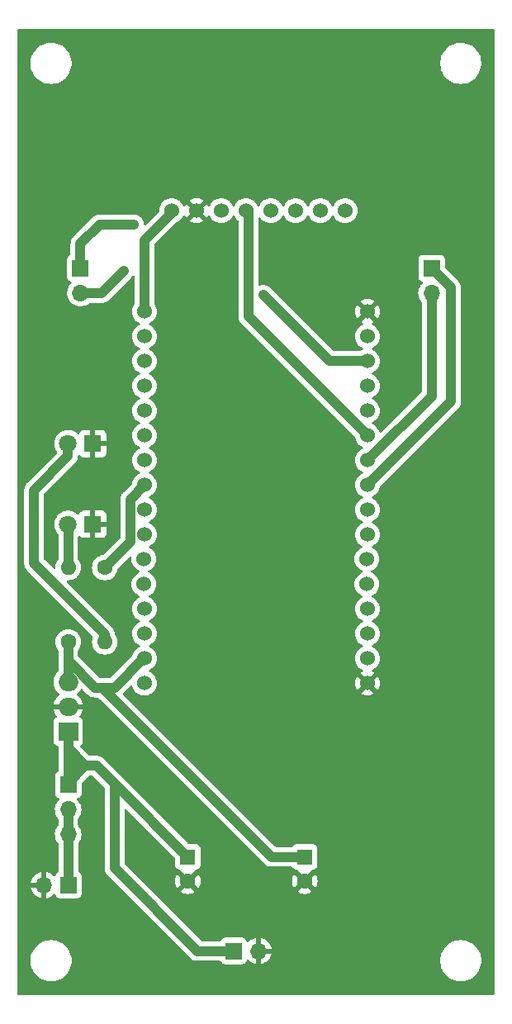
<source format=gbr>
%TF.GenerationSoftware,KiCad,Pcbnew,(6.0.1)*%
%TF.CreationDate,2022-11-21T11:07:03+09:00*%
%TF.ProjectId,Robot,526f626f-742e-46b6-9963-61645f706362,rev?*%
%TF.SameCoordinates,Original*%
%TF.FileFunction,Copper,L1,Top*%
%TF.FilePolarity,Positive*%
%FSLAX46Y46*%
G04 Gerber Fmt 4.6, Leading zero omitted, Abs format (unit mm)*
G04 Created by KiCad (PCBNEW (6.0.1)) date 2022-11-21 11:07:03*
%MOMM*%
%LPD*%
G01*
G04 APERTURE LIST*
%TA.AperFunction,ComponentPad*%
%ADD10O,1.700000X1.700000*%
%TD*%
%TA.AperFunction,ComponentPad*%
%ADD11R,1.700000X1.700000*%
%TD*%
%TA.AperFunction,ComponentPad*%
%ADD12C,1.600000*%
%TD*%
%TA.AperFunction,ComponentPad*%
%ADD13O,1.600000X1.600000*%
%TD*%
%TA.AperFunction,ComponentPad*%
%ADD14R,1.600000X1.600000*%
%TD*%
%TA.AperFunction,ComponentPad*%
%ADD15R,1.800000X1.800000*%
%TD*%
%TA.AperFunction,ComponentPad*%
%ADD16C,1.800000*%
%TD*%
%TA.AperFunction,ComponentPad*%
%ADD17C,1.524000*%
%TD*%
%TA.AperFunction,ComponentPad*%
%ADD18R,2.000000X1.905000*%
%TD*%
%TA.AperFunction,ComponentPad*%
%ADD19O,2.000000X1.905000*%
%TD*%
%TA.AperFunction,ViaPad*%
%ADD20C,0.800000*%
%TD*%
%TA.AperFunction,Conductor*%
%ADD21C,1.000000*%
%TD*%
G04 APERTURE END LIST*
D10*
%TO.P,MotorPower,*%
%TO.N,GND*%
X160015000Y-128500000D03*
D11*
%TO.P,MotorPower,1,+*%
%TO.N,+BATT*%
X157475000Y-128500000D03*
%TD*%
%TO.P,M1,1,+*%
%TO.N,/IN1*%
X141750000Y-58500000D03*
D10*
%TO.P,M1,2,-*%
%TO.N,/IN2*%
X141750000Y-61040000D03*
%TD*%
D11*
%TO.P,J1,1,Pin_1*%
%TO.N,+BATT_IN*%
X140535000Y-121750000D03*
D10*
%TO.P,J1,2,Pin_2*%
%TO.N,GND*%
X137995000Y-121750000D03*
%TD*%
D11*
%TO.P,M2,1,+*%
%TO.N,/IN3*%
X177750000Y-58500000D03*
D10*
%TO.P,M2,2,-*%
%TO.N,/IN4*%
X177750000Y-61040000D03*
%TD*%
D12*
%TO.P,R1,1*%
%TO.N,/WF_LED*%
X144250000Y-89190000D03*
D13*
%TO.P,R1,2*%
%TO.N,Net-(D1-Pad2)*%
X144250000Y-96810000D03*
%TD*%
D14*
%TO.P,C2,1*%
%TO.N,+5V*%
X164750000Y-118847349D03*
D12*
%TO.P,C2,2*%
%TO.N,GND*%
X164750000Y-121347349D03*
%TD*%
D15*
%TO.P,D1,1,K*%
%TO.N,GND*%
X143025000Y-76500000D03*
D16*
%TO.P,D1,2,A*%
%TO.N,Net-(D1-Pad2)*%
X140485000Y-76500000D03*
%TD*%
D17*
%TO.P,U1,0,0*%
%TO.N,unconnected-(U1-Pad0)*%
X171180000Y-93430000D03*
%TO.P,U1,2,2*%
%TO.N,unconnected-(U1-Pad2)*%
X171180000Y-95970000D03*
%TO.P,U1,3V,3V*%
%TO.N,+3V3*%
X148320000Y-62950000D03*
%TO.P,U1,4,4*%
%TO.N,unconnected-(U1-Pad4)*%
X171120000Y-90889999D03*
%TO.P,U1,5,5*%
%TO.N,/IN1*%
X171180000Y-83270000D03*
%TO.P,U1,12,12*%
%TO.N,unconnected-(U1-Pad12)*%
X148260000Y-90889999D03*
%TO.P,U1,13,13*%
%TO.N,unconnected-(U1-Pad13)*%
X148320000Y-93430000D03*
%TO.P,U1,14,14*%
%TO.N,unconnected-(U1-Pad14)*%
X148260000Y-88309999D03*
%TO.P,U1,15,15*%
%TO.N,unconnected-(U1-Pad15)*%
X171180000Y-98510000D03*
%TO.P,U1,16,16*%
%TO.N,unconnected-(U1-Pad16)*%
X171120000Y-88309999D03*
%TO.P,U1,17,17*%
%TO.N,/IN2*%
X171180000Y-85810000D03*
%TO.P,U1,18,18*%
%TO.N,/IN3*%
X171180000Y-80730000D03*
%TO.P,U1,19,19*%
%TO.N,/IN4*%
X171180000Y-78190000D03*
%TO.P,U1,21,21*%
%TO.N,/SDA*%
X171180000Y-75650000D03*
%TO.P,U1,22,22*%
%TO.N,/SCL*%
X171180000Y-68030000D03*
%TO.P,U1,23,23*%
%TO.N,unconnected-(U1-Pad23)*%
X171180000Y-65490000D03*
%TO.P,U1,25,25*%
%TO.N,/WF_LED*%
X148320000Y-80730000D03*
%TO.P,U1,26,26*%
%TO.N,unconnected-(U1-Pad26)*%
X148320000Y-83270000D03*
%TO.P,U1,27,27*%
%TO.N,unconnected-(U1-Pad27)*%
X148320000Y-85810000D03*
%TO.P,U1,32,32*%
%TO.N,unconnected-(U1-Pad32)*%
X148320000Y-75650000D03*
%TO.P,U1,33,33*%
%TO.N,unconnected-(U1-Pad33)*%
X148320000Y-78190000D03*
%TO.P,U1,34,34*%
%TO.N,unconnected-(U1-Pad34)*%
X148320000Y-73110000D03*
%TO.P,U1,BAT,BAT*%
%TO.N,unconnected-(U1-PadBAT)*%
X148320000Y-101050000D03*
%TO.P,U1,EN,EN*%
%TO.N,unconnected-(U1-PadEN)*%
X148320000Y-95970000D03*
%TO.P,U1,GND,GND*%
%TO.N,GND*%
X171180000Y-101050000D03*
X171180000Y-62950000D03*
%TO.P,U1,RS,RS*%
%TO.N,unconnected-(U1-PadRS)*%
X148320000Y-65490000D03*
%TO.P,U1,RX,RX*%
%TO.N,unconnected-(U1-PadRX)*%
X171180000Y-73110000D03*
%TO.P,U1,TX,TX*%
%TO.N,unconnected-(U1-PadTX)*%
X171180000Y-70570000D03*
%TO.P,U1,USB,USB*%
%TO.N,+5V*%
X148320000Y-98510000D03*
%TO.P,U1,VN,VN*%
%TO.N,unconnected-(U1-PadVN)*%
X148320000Y-70570000D03*
%TO.P,U1,VP,VP*%
%TO.N,unconnected-(U1-PadVP)*%
X148320000Y-68030000D03*
%TD*%
D18*
%TO.P,U3,1,IN*%
%TO.N,+BATT*%
X140500000Y-106000000D03*
D19*
%TO.P,U3,2,GND*%
%TO.N,GND*%
X140500000Y-103460000D03*
%TO.P,U3,3,OUT*%
%TO.N,+5V*%
X140500000Y-100920000D03*
%TD*%
D11*
%TO.P,U2,1,1*%
%TO.N,+BATT*%
X140500000Y-111475000D03*
D10*
%TO.P,U2,2,2*%
%TO.N,+BATT_IN*%
X140500000Y-114015000D03*
%TO.P,U2,3,3*%
X140500000Y-116555000D03*
%TD*%
D12*
%TO.P,R2,1*%
%TO.N,+5V*%
X140500000Y-96810000D03*
D13*
%TO.P,R2,2*%
%TO.N,Net-(D2-Pad2)*%
X140500000Y-89190000D03*
%TD*%
D14*
%TO.P,C1,1*%
%TO.N,+BATT*%
X152750000Y-118847349D03*
D12*
%TO.P,C1,2*%
%TO.N,GND*%
X152750000Y-121347349D03*
%TD*%
D15*
%TO.P,D2,1,K*%
%TO.N,GND*%
X143025000Y-84750000D03*
D16*
%TO.P,D2,2,A*%
%TO.N,Net-(D2-Pad2)*%
X140485000Y-84750000D03*
%TD*%
D17*
%TO.P,U4,AD0,AD0*%
%TO.N,unconnected-(U4-PadAD0)*%
X166350000Y-52600000D03*
%TO.P,U4,GND,GND*%
%TO.N,GND*%
X153650000Y-52600000D03*
%TO.P,U4,INT,INT*%
%TO.N,unconnected-(U4-PadINT)*%
X168890000Y-52600000D03*
%TO.P,U4,SCL,SCL*%
%TO.N,/SCL*%
X156190000Y-52600000D03*
%TO.P,U4,SDA,SDA*%
%TO.N,/SDA*%
X158730000Y-52600000D03*
%TO.P,U4,VCC,VCC*%
%TO.N,+3V3*%
X151110000Y-52600000D03*
%TO.P,U4,XCL,XCL*%
%TO.N,unconnected-(U4-PadXCL)*%
X163810000Y-52600000D03*
%TO.P,U4,XDA,XDA*%
%TO.N,unconnected-(U4-PadXDA)*%
X161270000Y-52600000D03*
%TD*%
D20*
%TO.N,/IN1*%
X147250000Y-54000000D03*
%TO.N,/IN2*%
X146250000Y-58750000D03*
%TO.N,/SCL*%
X160500000Y-61250000D03*
%TD*%
D21*
%TO.N,+BATT*%
X152750000Y-118847349D02*
X145326326Y-111423674D01*
X140500000Y-111475000D02*
X140500000Y-109500000D01*
X157475000Y-128500000D02*
X153750000Y-128500000D01*
X143402651Y-109500000D02*
X142250000Y-109500000D01*
X143402651Y-109500000D02*
X140500000Y-109500000D01*
X145326326Y-111423674D02*
X143402651Y-109500000D01*
X145250000Y-111500000D02*
X145326326Y-111423674D01*
X140500000Y-111250000D02*
X142250000Y-109500000D01*
X142250000Y-109500000D02*
X140500000Y-107750000D01*
X153750000Y-128500000D02*
X145250000Y-120000000D01*
X145250000Y-120000000D02*
X145250000Y-111500000D01*
X140500000Y-111475000D02*
X140500000Y-111250000D01*
X140500000Y-109500000D02*
X140500000Y-107750000D01*
X140500000Y-107750000D02*
X140500000Y-106000000D01*
%TO.N,+5V*%
X164750000Y-118847349D02*
X161347349Y-118847349D01*
X140500000Y-100920000D02*
X140500000Y-98750000D01*
X143250000Y-101500000D02*
X140500000Y-98750000D01*
X148240000Y-98510000D02*
X145250000Y-101500000D01*
X161347349Y-118847349D02*
X144000000Y-101500000D01*
X140500000Y-98750000D02*
X140500000Y-96810000D01*
X145250000Y-101500000D02*
X144000000Y-101500000D01*
X148320000Y-98510000D02*
X148240000Y-98510000D01*
X144000000Y-101500000D02*
X143250000Y-101500000D01*
%TO.N,Net-(D1-Pad2)*%
X140485000Y-76500000D02*
X140485000Y-77772792D01*
X137000000Y-81257792D02*
X137000000Y-88750000D01*
X137000000Y-88750000D02*
X144250000Y-96000000D01*
X140485000Y-77772792D02*
X137000000Y-81257792D01*
X144250000Y-96000000D02*
X144250000Y-96810000D01*
%TO.N,Net-(D2-Pad2)*%
X140500000Y-89190000D02*
X140500000Y-84765000D01*
X140500000Y-84765000D02*
X140485000Y-84750000D01*
%TO.N,/WF_LED*%
X146858489Y-82191511D02*
X146858489Y-86581511D01*
X146858489Y-86581511D02*
X144250000Y-89190000D01*
X148320000Y-80730000D02*
X146858489Y-82191511D01*
%TO.N,/IN1*%
X141750000Y-56000000D02*
X143750000Y-54000000D01*
X141750000Y-58500000D02*
X141750000Y-56000000D01*
X143750000Y-54000000D02*
X147250000Y-54000000D01*
%TO.N,/IN2*%
X143960000Y-61040000D02*
X146250000Y-58750000D01*
X141750000Y-61040000D02*
X143960000Y-61040000D01*
%TO.N,/IN3*%
X179750000Y-60500000D02*
X179750000Y-72160000D01*
X179750000Y-72160000D02*
X171180000Y-80730000D01*
X177750000Y-58500000D02*
X179750000Y-60500000D01*
%TO.N,/IN4*%
X177750000Y-61040000D02*
X177750000Y-71620000D01*
X177750000Y-71620000D02*
X171180000Y-78190000D01*
%TO.N,/SDA*%
X158980000Y-63450000D02*
X158980000Y-52600000D01*
X171180000Y-75650000D02*
X158980000Y-63450000D01*
%TO.N,/SCL*%
X167280000Y-68030000D02*
X161000000Y-61750000D01*
X161000000Y-61750000D02*
X160500000Y-61250000D01*
X171180000Y-68030000D02*
X167280000Y-68030000D01*
%TO.N,+3V3*%
X148320000Y-55640000D02*
X151360000Y-52600000D01*
X148320000Y-62950000D02*
X148320000Y-55640000D01*
%TO.N,+BATT_IN*%
X140535000Y-116590000D02*
X140500000Y-116555000D01*
X140500000Y-116555000D02*
X140500000Y-114015000D01*
X140535000Y-121750000D02*
X140535000Y-116590000D01*
%TD*%
%TA.AperFunction,Conductor*%
%TO.N,GND*%
G36*
X184184121Y-34028002D02*
G01*
X184230614Y-34081658D01*
X184242000Y-34134000D01*
X184242000Y-132866000D01*
X184221998Y-132934121D01*
X184168342Y-132980614D01*
X184116000Y-132992000D01*
X135384000Y-132992000D01*
X135315879Y-132971998D01*
X135269386Y-132918342D01*
X135258000Y-132866000D01*
X135258000Y-129632703D01*
X136640743Y-129632703D01*
X136678268Y-129917734D01*
X136754129Y-130195036D01*
X136866923Y-130459476D01*
X137014561Y-130706161D01*
X137194313Y-130930528D01*
X137402851Y-131128423D01*
X137636317Y-131296186D01*
X137640112Y-131298195D01*
X137640113Y-131298196D01*
X137661869Y-131309715D01*
X137890392Y-131430712D01*
X138160373Y-131529511D01*
X138441264Y-131590755D01*
X138469841Y-131593004D01*
X138664282Y-131608307D01*
X138664291Y-131608307D01*
X138666739Y-131608500D01*
X138822271Y-131608500D01*
X138824407Y-131608354D01*
X138824418Y-131608354D01*
X139032548Y-131594165D01*
X139032554Y-131594164D01*
X139036825Y-131593873D01*
X139041020Y-131593004D01*
X139041022Y-131593004D01*
X139177584Y-131564723D01*
X139318342Y-131535574D01*
X139589343Y-131439607D01*
X139844812Y-131307750D01*
X139848313Y-131305289D01*
X139848317Y-131305287D01*
X139962418Y-131225095D01*
X140080023Y-131142441D01*
X140290622Y-130946740D01*
X140472713Y-130724268D01*
X140622927Y-130479142D01*
X140738483Y-130215898D01*
X140817244Y-129939406D01*
X140849429Y-129713261D01*
X140857146Y-129659036D01*
X140857146Y-129659034D01*
X140857751Y-129654784D01*
X140857845Y-129636951D01*
X140859235Y-129371583D01*
X140859235Y-129371576D01*
X140859257Y-129367297D01*
X140855959Y-129342242D01*
X140838420Y-129209025D01*
X140821732Y-129082266D01*
X140745871Y-128804964D01*
X140633077Y-128540524D01*
X140485439Y-128293839D01*
X140305687Y-128069472D01*
X140097149Y-127871577D01*
X139863683Y-127703814D01*
X139841843Y-127692250D01*
X139789917Y-127664757D01*
X139609608Y-127569288D01*
X139397042Y-127491500D01*
X139343658Y-127471964D01*
X139343656Y-127471963D01*
X139339627Y-127470489D01*
X139058736Y-127409245D01*
X139027685Y-127406801D01*
X138835718Y-127391693D01*
X138835709Y-127391693D01*
X138833261Y-127391500D01*
X138677729Y-127391500D01*
X138675593Y-127391646D01*
X138675582Y-127391646D01*
X138467452Y-127405835D01*
X138467446Y-127405836D01*
X138463175Y-127406127D01*
X138458980Y-127406996D01*
X138458978Y-127406996D01*
X138322417Y-127435276D01*
X138181658Y-127464426D01*
X137910657Y-127560393D01*
X137655188Y-127692250D01*
X137651687Y-127694711D01*
X137651683Y-127694713D01*
X137641594Y-127701804D01*
X137419977Y-127857559D01*
X137209378Y-128053260D01*
X137027287Y-128275732D01*
X136877073Y-128520858D01*
X136761517Y-128784102D01*
X136682756Y-129060594D01*
X136663317Y-129197183D01*
X136643139Y-129338965D01*
X136642249Y-129345216D01*
X136642227Y-129349505D01*
X136642226Y-129349512D01*
X136640765Y-129628417D01*
X136640743Y-129632703D01*
X135258000Y-129632703D01*
X135258000Y-122017966D01*
X136663257Y-122017966D01*
X136693565Y-122152446D01*
X136696645Y-122162275D01*
X136776770Y-122359603D01*
X136781413Y-122368794D01*
X136892694Y-122550388D01*
X136898777Y-122558699D01*
X137038213Y-122719667D01*
X137045580Y-122726883D01*
X137209434Y-122862916D01*
X137217881Y-122868831D01*
X137401756Y-122976279D01*
X137411042Y-122980729D01*
X137610001Y-123056703D01*
X137619899Y-123059579D01*
X137723250Y-123080606D01*
X137737299Y-123079410D01*
X137741000Y-123069065D01*
X137741000Y-123068517D01*
X138249000Y-123068517D01*
X138253064Y-123082359D01*
X138266478Y-123084393D01*
X138273184Y-123083534D01*
X138283262Y-123081392D01*
X138487255Y-123020191D01*
X138496842Y-123016433D01*
X138688095Y-122922739D01*
X138696945Y-122917464D01*
X138870328Y-122793792D01*
X138878193Y-122787145D01*
X138982897Y-122682805D01*
X139045268Y-122648889D01*
X139116075Y-122654077D01*
X139172837Y-122696723D01*
X139189819Y-122727826D01*
X139234385Y-122846705D01*
X139321739Y-122963261D01*
X139438295Y-123050615D01*
X139574684Y-123101745D01*
X139636866Y-123108500D01*
X141433134Y-123108500D01*
X141495316Y-123101745D01*
X141631705Y-123050615D01*
X141748261Y-122963261D01*
X141835615Y-122846705D01*
X141886745Y-122710316D01*
X141893500Y-122648134D01*
X141893500Y-120851866D01*
X141886745Y-120789684D01*
X141835615Y-120653295D01*
X141748261Y-120536739D01*
X141631705Y-120449385D01*
X141623296Y-120446233D01*
X141615425Y-120441923D01*
X141616336Y-120440259D01*
X141568510Y-120404337D01*
X141543807Y-120337776D01*
X141543500Y-120328991D01*
X141543500Y-117471544D01*
X141567177Y-117398018D01*
X141665435Y-117261277D01*
X141668453Y-117257077D01*
X141767430Y-117056811D01*
X141832370Y-116843069D01*
X141861529Y-116621590D01*
X141863156Y-116555000D01*
X141844852Y-116332361D01*
X141790431Y-116115702D01*
X141701354Y-115910840D01*
X141580014Y-115723277D01*
X141560124Y-115701418D01*
X141541306Y-115680737D01*
X141510254Y-115616891D01*
X141508500Y-115595938D01*
X141508500Y-114978970D01*
X141528502Y-114910849D01*
X141536460Y-114900120D01*
X141538096Y-114898489D01*
X141668453Y-114717077D01*
X141767430Y-114516811D01*
X141832370Y-114303069D01*
X141861529Y-114081590D01*
X141863156Y-114015000D01*
X141844852Y-113792361D01*
X141790431Y-113575702D01*
X141701354Y-113370840D01*
X141580014Y-113183277D01*
X141576532Y-113179450D01*
X141432798Y-113021488D01*
X141401746Y-112957642D01*
X141410141Y-112887143D01*
X141455317Y-112832375D01*
X141481761Y-112818706D01*
X141588297Y-112778767D01*
X141596705Y-112775615D01*
X141713261Y-112688261D01*
X141800615Y-112571705D01*
X141851745Y-112435316D01*
X141858500Y-112373134D01*
X141858500Y-111369926D01*
X141878502Y-111301805D01*
X141895404Y-111280831D01*
X142630829Y-110545405D01*
X142693142Y-110511380D01*
X142719925Y-110508500D01*
X142932726Y-110508500D01*
X143000847Y-110528502D01*
X143021821Y-110545405D01*
X144204595Y-111728178D01*
X144238620Y-111790490D01*
X144241500Y-111817273D01*
X144241500Y-119938157D01*
X144240763Y-119951764D01*
X144236676Y-119989388D01*
X144238533Y-120010610D01*
X144241050Y-120039388D01*
X144241379Y-120044214D01*
X144241500Y-120046686D01*
X144241500Y-120049769D01*
X144241801Y-120052837D01*
X144245690Y-120092506D01*
X144245812Y-120093819D01*
X144249685Y-120138084D01*
X144253913Y-120186413D01*
X144255400Y-120191532D01*
X144255920Y-120196833D01*
X144282791Y-120285834D01*
X144283126Y-120286967D01*
X144295336Y-120328991D01*
X144309091Y-120376336D01*
X144311544Y-120381068D01*
X144313084Y-120386169D01*
X144315978Y-120391612D01*
X144356731Y-120468260D01*
X144357343Y-120469426D01*
X144397271Y-120546453D01*
X144400108Y-120551926D01*
X144403431Y-120556089D01*
X144405934Y-120560796D01*
X144464755Y-120632918D01*
X144465446Y-120633774D01*
X144496738Y-120672973D01*
X144499242Y-120675477D01*
X144499884Y-120676195D01*
X144503585Y-120680528D01*
X144530935Y-120714062D01*
X144535682Y-120717989D01*
X144535684Y-120717991D01*
X144566262Y-120743287D01*
X144575042Y-120751277D01*
X152993145Y-129169379D01*
X153002247Y-129179522D01*
X153025968Y-129209025D01*
X153064456Y-129241320D01*
X153068075Y-129244478D01*
X153069890Y-129246124D01*
X153072075Y-129248309D01*
X153074455Y-129250264D01*
X153074465Y-129250273D01*
X153105236Y-129275549D01*
X153106251Y-129276391D01*
X153177474Y-129336154D01*
X153182148Y-129338723D01*
X153186261Y-129342102D01*
X153191698Y-129345017D01*
X153191699Y-129345018D01*
X153224713Y-129362720D01*
X153255011Y-129378965D01*
X153268047Y-129385955D01*
X153269177Y-129386568D01*
X153350787Y-129431433D01*
X153355869Y-129433045D01*
X153360563Y-129435562D01*
X153449531Y-129462762D01*
X153450559Y-129463082D01*
X153539306Y-129491235D01*
X153544602Y-129491829D01*
X153549698Y-129493387D01*
X153642257Y-129502790D01*
X153643393Y-129502911D01*
X153677008Y-129506681D01*
X153689730Y-129508108D01*
X153689734Y-129508108D01*
X153693227Y-129508500D01*
X153696754Y-129508500D01*
X153697739Y-129508555D01*
X153703419Y-129509002D01*
X153732825Y-129511989D01*
X153740337Y-129512752D01*
X153740339Y-129512752D01*
X153746462Y-129513374D01*
X153792108Y-129509059D01*
X153803967Y-129508500D01*
X156053991Y-129508500D01*
X156122112Y-129528502D01*
X156168605Y-129582158D01*
X156170903Y-129587694D01*
X156171232Y-129588296D01*
X156174385Y-129596705D01*
X156261739Y-129713261D01*
X156378295Y-129800615D01*
X156514684Y-129851745D01*
X156576866Y-129858500D01*
X158373134Y-129858500D01*
X158435316Y-129851745D01*
X158571705Y-129800615D01*
X158688261Y-129713261D01*
X158775615Y-129596705D01*
X158801183Y-129528502D01*
X158819798Y-129478848D01*
X158862440Y-129422084D01*
X158929001Y-129397384D01*
X158998350Y-129412592D01*
X159033017Y-129440580D01*
X159058218Y-129469673D01*
X159065580Y-129476883D01*
X159229434Y-129612916D01*
X159237881Y-129618831D01*
X159421756Y-129726279D01*
X159431042Y-129730729D01*
X159630001Y-129806703D01*
X159639899Y-129809579D01*
X159743250Y-129830606D01*
X159757299Y-129829410D01*
X159761000Y-129819065D01*
X159761000Y-129818517D01*
X160269000Y-129818517D01*
X160273064Y-129832359D01*
X160286478Y-129834393D01*
X160293184Y-129833534D01*
X160303262Y-129831392D01*
X160507255Y-129770191D01*
X160516842Y-129766433D01*
X160708095Y-129672739D01*
X160716945Y-129667464D01*
X160765678Y-129632703D01*
X178640743Y-129632703D01*
X178678268Y-129917734D01*
X178754129Y-130195036D01*
X178866923Y-130459476D01*
X179014561Y-130706161D01*
X179194313Y-130930528D01*
X179402851Y-131128423D01*
X179636317Y-131296186D01*
X179640112Y-131298195D01*
X179640113Y-131298196D01*
X179661869Y-131309715D01*
X179890392Y-131430712D01*
X180160373Y-131529511D01*
X180441264Y-131590755D01*
X180469841Y-131593004D01*
X180664282Y-131608307D01*
X180664291Y-131608307D01*
X180666739Y-131608500D01*
X180822271Y-131608500D01*
X180824407Y-131608354D01*
X180824418Y-131608354D01*
X181032548Y-131594165D01*
X181032554Y-131594164D01*
X181036825Y-131593873D01*
X181041020Y-131593004D01*
X181041022Y-131593004D01*
X181177584Y-131564723D01*
X181318342Y-131535574D01*
X181589343Y-131439607D01*
X181844812Y-131307750D01*
X181848313Y-131305289D01*
X181848317Y-131305287D01*
X181962418Y-131225095D01*
X182080023Y-131142441D01*
X182290622Y-130946740D01*
X182472713Y-130724268D01*
X182622927Y-130479142D01*
X182738483Y-130215898D01*
X182817244Y-129939406D01*
X182849429Y-129713261D01*
X182857146Y-129659036D01*
X182857146Y-129659034D01*
X182857751Y-129654784D01*
X182857845Y-129636951D01*
X182859235Y-129371583D01*
X182859235Y-129371576D01*
X182859257Y-129367297D01*
X182855959Y-129342242D01*
X182838420Y-129209025D01*
X182821732Y-129082266D01*
X182745871Y-128804964D01*
X182633077Y-128540524D01*
X182485439Y-128293839D01*
X182305687Y-128069472D01*
X182097149Y-127871577D01*
X181863683Y-127703814D01*
X181841843Y-127692250D01*
X181789917Y-127664757D01*
X181609608Y-127569288D01*
X181397042Y-127491500D01*
X181343658Y-127471964D01*
X181343656Y-127471963D01*
X181339627Y-127470489D01*
X181058736Y-127409245D01*
X181027685Y-127406801D01*
X180835718Y-127391693D01*
X180835709Y-127391693D01*
X180833261Y-127391500D01*
X180677729Y-127391500D01*
X180675593Y-127391646D01*
X180675582Y-127391646D01*
X180467452Y-127405835D01*
X180467446Y-127405836D01*
X180463175Y-127406127D01*
X180458980Y-127406996D01*
X180458978Y-127406996D01*
X180322417Y-127435276D01*
X180181658Y-127464426D01*
X179910657Y-127560393D01*
X179655188Y-127692250D01*
X179651687Y-127694711D01*
X179651683Y-127694713D01*
X179641594Y-127701804D01*
X179419977Y-127857559D01*
X179209378Y-128053260D01*
X179027287Y-128275732D01*
X178877073Y-128520858D01*
X178761517Y-128784102D01*
X178682756Y-129060594D01*
X178663317Y-129197183D01*
X178643139Y-129338965D01*
X178642249Y-129345216D01*
X178642227Y-129349505D01*
X178642226Y-129349512D01*
X178640765Y-129628417D01*
X178640743Y-129632703D01*
X160765678Y-129632703D01*
X160890328Y-129543792D01*
X160898200Y-129537139D01*
X161049052Y-129386812D01*
X161055730Y-129378965D01*
X161180003Y-129206020D01*
X161185313Y-129197183D01*
X161279670Y-129006267D01*
X161283469Y-128996672D01*
X161345377Y-128792910D01*
X161347555Y-128782837D01*
X161348986Y-128771962D01*
X161346775Y-128757778D01*
X161333617Y-128754000D01*
X160287115Y-128754000D01*
X160271876Y-128758475D01*
X160270671Y-128759865D01*
X160269000Y-128767548D01*
X160269000Y-129818517D01*
X159761000Y-129818517D01*
X159761000Y-128227885D01*
X160269000Y-128227885D01*
X160273475Y-128243124D01*
X160274865Y-128244329D01*
X160282548Y-128246000D01*
X161333344Y-128246000D01*
X161346875Y-128242027D01*
X161348180Y-128232947D01*
X161306214Y-128065875D01*
X161302894Y-128056124D01*
X161217972Y-127860814D01*
X161213105Y-127851739D01*
X161097426Y-127672926D01*
X161091136Y-127664757D01*
X160947806Y-127507240D01*
X160940273Y-127500215D01*
X160773139Y-127368222D01*
X160764552Y-127362517D01*
X160578117Y-127259599D01*
X160568705Y-127255369D01*
X160367959Y-127184280D01*
X160357988Y-127181646D01*
X160286837Y-127168972D01*
X160273540Y-127170432D01*
X160269000Y-127184989D01*
X160269000Y-128227885D01*
X159761000Y-128227885D01*
X159761000Y-127183102D01*
X159757082Y-127169758D01*
X159742806Y-127167771D01*
X159704324Y-127173660D01*
X159694288Y-127176051D01*
X159491868Y-127242212D01*
X159482359Y-127246209D01*
X159293463Y-127344542D01*
X159284738Y-127350036D01*
X159114433Y-127477905D01*
X159106726Y-127484748D01*
X159029478Y-127565584D01*
X158967954Y-127601014D01*
X158897042Y-127597557D01*
X158839255Y-127556311D01*
X158820402Y-127522763D01*
X158778767Y-127411703D01*
X158775615Y-127403295D01*
X158688261Y-127286739D01*
X158571705Y-127199385D01*
X158435316Y-127148255D01*
X158373134Y-127141500D01*
X156576866Y-127141500D01*
X156514684Y-127148255D01*
X156378295Y-127199385D01*
X156261739Y-127286739D01*
X156174385Y-127403295D01*
X156171233Y-127411703D01*
X156166923Y-127419575D01*
X156165259Y-127418664D01*
X156129337Y-127466490D01*
X156062776Y-127491193D01*
X156053991Y-127491500D01*
X154219925Y-127491500D01*
X154151804Y-127471498D01*
X154130830Y-127454595D01*
X149109645Y-122433411D01*
X152028493Y-122433411D01*
X152037789Y-122445426D01*
X152088994Y-122481280D01*
X152098489Y-122486763D01*
X152295947Y-122578839D01*
X152306239Y-122582585D01*
X152516688Y-122638974D01*
X152527481Y-122640877D01*
X152744525Y-122659866D01*
X152755475Y-122659866D01*
X152972519Y-122640877D01*
X152983312Y-122638974D01*
X153193761Y-122582585D01*
X153204053Y-122578839D01*
X153401511Y-122486763D01*
X153411006Y-122481280D01*
X153463048Y-122444840D01*
X153471424Y-122434361D01*
X153470925Y-122433411D01*
X164028493Y-122433411D01*
X164037789Y-122445426D01*
X164088994Y-122481280D01*
X164098489Y-122486763D01*
X164295947Y-122578839D01*
X164306239Y-122582585D01*
X164516688Y-122638974D01*
X164527481Y-122640877D01*
X164744525Y-122659866D01*
X164755475Y-122659866D01*
X164972519Y-122640877D01*
X164983312Y-122638974D01*
X165193761Y-122582585D01*
X165204053Y-122578839D01*
X165401511Y-122486763D01*
X165411006Y-122481280D01*
X165463048Y-122444840D01*
X165471424Y-122434361D01*
X165464356Y-122420915D01*
X164762812Y-121719371D01*
X164748868Y-121711757D01*
X164747035Y-121711888D01*
X164740420Y-121716139D01*
X164034923Y-122421636D01*
X164028493Y-122433411D01*
X153470925Y-122433411D01*
X153464356Y-122420915D01*
X152762812Y-121719371D01*
X152748868Y-121711757D01*
X152747035Y-121711888D01*
X152740420Y-121716139D01*
X152034923Y-122421636D01*
X152028493Y-122433411D01*
X149109645Y-122433411D01*
X148029058Y-121352824D01*
X151437483Y-121352824D01*
X151456472Y-121569868D01*
X151458375Y-121580661D01*
X151514764Y-121791110D01*
X151518510Y-121801402D01*
X151610586Y-121998860D01*
X151616069Y-122008355D01*
X151652509Y-122060397D01*
X151662988Y-122068773D01*
X151676434Y-122061705D01*
X152377978Y-121360161D01*
X152384356Y-121348481D01*
X153114408Y-121348481D01*
X153114539Y-121350314D01*
X153118790Y-121356929D01*
X153824287Y-122062426D01*
X153836062Y-122068856D01*
X153848077Y-122059560D01*
X153883931Y-122008355D01*
X153889414Y-121998860D01*
X153981490Y-121801402D01*
X153985236Y-121791110D01*
X154041625Y-121580661D01*
X154043528Y-121569868D01*
X154062517Y-121352824D01*
X163437483Y-121352824D01*
X163456472Y-121569868D01*
X163458375Y-121580661D01*
X163514764Y-121791110D01*
X163518510Y-121801402D01*
X163610586Y-121998860D01*
X163616069Y-122008355D01*
X163652509Y-122060397D01*
X163662988Y-122068773D01*
X163676434Y-122061705D01*
X164377978Y-121360161D01*
X164384356Y-121348481D01*
X165114408Y-121348481D01*
X165114539Y-121350314D01*
X165118790Y-121356929D01*
X165824287Y-122062426D01*
X165836062Y-122068856D01*
X165848077Y-122059560D01*
X165883931Y-122008355D01*
X165889414Y-121998860D01*
X165981490Y-121801402D01*
X165985236Y-121791110D01*
X166041625Y-121580661D01*
X166043528Y-121569868D01*
X166062517Y-121352824D01*
X166062517Y-121341874D01*
X166043528Y-121124830D01*
X166041625Y-121114037D01*
X165985236Y-120903588D01*
X165981490Y-120893296D01*
X165889414Y-120695838D01*
X165883931Y-120686343D01*
X165847491Y-120634301D01*
X165837012Y-120625925D01*
X165823566Y-120632993D01*
X165122022Y-121334537D01*
X165114408Y-121348481D01*
X164384356Y-121348481D01*
X164385592Y-121346217D01*
X164385461Y-121344384D01*
X164381210Y-121337769D01*
X163675713Y-120632272D01*
X163663938Y-120625842D01*
X163651923Y-120635138D01*
X163616069Y-120686343D01*
X163610586Y-120695838D01*
X163518510Y-120893296D01*
X163514764Y-120903588D01*
X163458375Y-121114037D01*
X163456472Y-121124830D01*
X163437483Y-121341874D01*
X163437483Y-121352824D01*
X154062517Y-121352824D01*
X154062517Y-121341874D01*
X154043528Y-121124830D01*
X154041625Y-121114037D01*
X153985236Y-120903588D01*
X153981490Y-120893296D01*
X153889414Y-120695838D01*
X153883931Y-120686343D01*
X153847491Y-120634301D01*
X153837012Y-120625925D01*
X153823566Y-120632993D01*
X153122022Y-121334537D01*
X153114408Y-121348481D01*
X152384356Y-121348481D01*
X152385592Y-121346217D01*
X152385461Y-121344384D01*
X152381210Y-121337769D01*
X151675713Y-120632272D01*
X151663938Y-120625842D01*
X151651923Y-120635138D01*
X151616069Y-120686343D01*
X151610586Y-120695838D01*
X151518510Y-120893296D01*
X151514764Y-120903588D01*
X151458375Y-121114037D01*
X151456472Y-121124830D01*
X151437483Y-121341874D01*
X151437483Y-121352824D01*
X148029058Y-121352824D01*
X146295405Y-119619171D01*
X146261379Y-119556859D01*
X146258500Y-119530076D01*
X146258500Y-114086273D01*
X146278502Y-114018152D01*
X146332158Y-113971659D01*
X146402432Y-113961555D01*
X146467012Y-113991049D01*
X146473595Y-113997178D01*
X151404595Y-118928178D01*
X151438621Y-118990490D01*
X151441500Y-119017273D01*
X151441500Y-119695483D01*
X151448255Y-119757665D01*
X151499385Y-119894054D01*
X151586739Y-120010610D01*
X151703295Y-120097964D01*
X151839684Y-120149094D01*
X151883252Y-120153827D01*
X151898486Y-120155482D01*
X151898489Y-120155482D01*
X151901866Y-120155849D01*
X151905185Y-120155849D01*
X151972110Y-120179502D01*
X152007804Y-120225505D01*
X152009734Y-120224490D01*
X152015442Y-120235349D01*
X152015632Y-120235594D01*
X152015653Y-120235752D01*
X152035644Y-120273783D01*
X152737188Y-120975327D01*
X152751132Y-120982941D01*
X152752965Y-120982810D01*
X152759580Y-120978559D01*
X153465077Y-120273062D01*
X153487871Y-120231320D01*
X153490047Y-120221320D01*
X153540253Y-120171122D01*
X153593814Y-120155898D01*
X153594719Y-120155849D01*
X153598134Y-120155849D01*
X153601530Y-120155480D01*
X153601532Y-120155480D01*
X153613879Y-120154139D01*
X153660316Y-120149094D01*
X153796705Y-120097964D01*
X153913261Y-120010610D01*
X154000615Y-119894054D01*
X154051745Y-119757665D01*
X154058500Y-119695483D01*
X154058500Y-117999215D01*
X154051745Y-117937033D01*
X154000615Y-117800644D01*
X153913261Y-117684088D01*
X153796705Y-117596734D01*
X153660316Y-117545604D01*
X153598134Y-117538849D01*
X152919925Y-117538849D01*
X152851804Y-117518847D01*
X152830830Y-117501944D01*
X146081783Y-110752897D01*
X146072958Y-110743096D01*
X146051762Y-110716922D01*
X146047879Y-110712127D01*
X146011116Y-110681498D01*
X146002674Y-110673788D01*
X144159506Y-108830621D01*
X144150404Y-108820478D01*
X144130548Y-108795782D01*
X144126683Y-108790975D01*
X144088229Y-108758708D01*
X144084582Y-108755528D01*
X144082770Y-108753885D01*
X144080576Y-108751691D01*
X144047302Y-108724358D01*
X144046504Y-108723696D01*
X143975177Y-108663846D01*
X143970507Y-108661278D01*
X143966390Y-108657897D01*
X143884565Y-108614023D01*
X143883406Y-108613394D01*
X143807270Y-108571538D01*
X143807262Y-108571535D01*
X143801864Y-108568567D01*
X143796782Y-108566955D01*
X143792088Y-108564438D01*
X143703120Y-108537238D01*
X143702092Y-108536918D01*
X143613345Y-108508765D01*
X143608049Y-108508171D01*
X143602953Y-108506613D01*
X143510443Y-108497216D01*
X143509237Y-108497088D01*
X143459424Y-108491500D01*
X143455919Y-108491500D01*
X143454901Y-108491443D01*
X143449205Y-108490995D01*
X143412317Y-108487248D01*
X143412311Y-108487248D01*
X143406188Y-108486626D01*
X143363909Y-108490623D01*
X143360541Y-108490941D01*
X143348683Y-108491500D01*
X142719924Y-108491500D01*
X142651803Y-108471498D01*
X142630829Y-108454595D01*
X141753807Y-107577573D01*
X141719781Y-107515261D01*
X141724846Y-107444446D01*
X141767337Y-107387652D01*
X141856081Y-107321142D01*
X141863261Y-107315761D01*
X141950615Y-107199205D01*
X142001745Y-107062816D01*
X142008500Y-107000634D01*
X142008500Y-104999366D01*
X142001745Y-104937184D01*
X141950615Y-104800795D01*
X141863261Y-104684239D01*
X141746705Y-104596885D01*
X141726317Y-104589242D01*
X141669553Y-104546599D01*
X141644854Y-104480038D01*
X141660062Y-104410689D01*
X141671666Y-104393168D01*
X141764945Y-104275056D01*
X141770650Y-104266469D01*
X141881714Y-104065278D01*
X141885944Y-104055866D01*
X141962659Y-103839232D01*
X141965293Y-103829261D01*
X141982647Y-103731837D01*
X141981187Y-103718540D01*
X141966630Y-103714000D01*
X139031904Y-103714000D01*
X139018560Y-103717918D01*
X139016573Y-103732194D01*
X139026110Y-103794515D01*
X139028499Y-103804543D01*
X139099898Y-104022988D01*
X139103895Y-104032497D01*
X139210011Y-104236344D01*
X139215500Y-104245061D01*
X139328902Y-104396099D01*
X139353807Y-104462584D01*
X139338814Y-104531980D01*
X139288684Y-104582253D01*
X139272375Y-104589732D01*
X139253295Y-104596885D01*
X139136739Y-104684239D01*
X139049385Y-104800795D01*
X138998255Y-104937184D01*
X138991500Y-104999366D01*
X138991500Y-107000634D01*
X138998255Y-107062816D01*
X139049385Y-107199205D01*
X139136739Y-107315761D01*
X139253295Y-107403115D01*
X139261703Y-107406267D01*
X139382286Y-107451472D01*
X139382289Y-107451473D01*
X139389684Y-107454245D01*
X139395453Y-107454872D01*
X139456291Y-107489626D01*
X139489113Y-107552581D01*
X139491500Y-107576993D01*
X139491500Y-107688157D01*
X139490763Y-107701764D01*
X139486676Y-107739388D01*
X139487213Y-107745523D01*
X139491021Y-107789053D01*
X139491500Y-107800034D01*
X139491500Y-109440127D01*
X139490810Y-109453297D01*
X139486645Y-109492925D01*
X139487204Y-109499065D01*
X139490981Y-109540570D01*
X139491500Y-109551990D01*
X139491500Y-110053991D01*
X139471498Y-110122112D01*
X139417842Y-110168605D01*
X139412306Y-110170903D01*
X139411704Y-110171232D01*
X139403295Y-110174385D01*
X139286739Y-110261739D01*
X139199385Y-110378295D01*
X139148255Y-110514684D01*
X139141500Y-110576866D01*
X139141500Y-112373134D01*
X139148255Y-112435316D01*
X139199385Y-112571705D01*
X139286739Y-112688261D01*
X139403295Y-112775615D01*
X139411704Y-112778767D01*
X139411705Y-112778768D01*
X139520451Y-112819535D01*
X139577216Y-112862176D01*
X139601916Y-112928738D01*
X139586709Y-112998087D01*
X139567316Y-113024568D01*
X139440629Y-113157138D01*
X139314743Y-113341680D01*
X139220688Y-113544305D01*
X139160989Y-113759570D01*
X139137251Y-113981695D01*
X139137548Y-113986848D01*
X139137548Y-113986851D01*
X139143011Y-114081590D01*
X139150110Y-114204715D01*
X139151247Y-114209761D01*
X139151248Y-114209767D01*
X139171119Y-114297939D01*
X139199222Y-114422639D01*
X139283266Y-114629616D01*
X139399987Y-114820088D01*
X139403367Y-114823990D01*
X139460737Y-114890219D01*
X139490220Y-114954804D01*
X139491500Y-114972717D01*
X139491500Y-115593381D01*
X139471498Y-115661502D01*
X139456594Y-115680432D01*
X139440629Y-115697138D01*
X139314743Y-115881680D01*
X139220688Y-116084305D01*
X139160989Y-116299570D01*
X139137251Y-116521695D01*
X139137548Y-116526848D01*
X139137548Y-116526851D01*
X139143011Y-116621590D01*
X139150110Y-116744715D01*
X139151247Y-116749761D01*
X139151248Y-116749767D01*
X139171119Y-116837939D01*
X139199222Y-116962639D01*
X139283266Y-117169616D01*
X139399987Y-117360088D01*
X139461386Y-117430968D01*
X139495737Y-117470624D01*
X139525220Y-117535210D01*
X139526500Y-117553122D01*
X139526500Y-120328991D01*
X139506498Y-120397112D01*
X139452842Y-120443605D01*
X139447306Y-120445903D01*
X139446704Y-120446232D01*
X139438295Y-120449385D01*
X139321739Y-120536739D01*
X139234385Y-120653295D01*
X139231233Y-120661703D01*
X139231232Y-120661705D01*
X139189722Y-120772433D01*
X139147081Y-120829198D01*
X139080519Y-120853898D01*
X139011170Y-120838691D01*
X138978546Y-120813004D01*
X138927799Y-120757234D01*
X138920273Y-120750215D01*
X138753139Y-120618222D01*
X138744552Y-120612517D01*
X138558117Y-120509599D01*
X138548705Y-120505369D01*
X138347959Y-120434280D01*
X138337988Y-120431646D01*
X138266837Y-120418972D01*
X138253540Y-120420432D01*
X138249000Y-120434989D01*
X138249000Y-123068517D01*
X137741000Y-123068517D01*
X137741000Y-122022115D01*
X137736525Y-122006876D01*
X137735135Y-122005671D01*
X137727452Y-122004000D01*
X136678225Y-122004000D01*
X136664694Y-122007973D01*
X136663257Y-122017966D01*
X135258000Y-122017966D01*
X135258000Y-121484183D01*
X136659389Y-121484183D01*
X136660912Y-121492607D01*
X136673292Y-121496000D01*
X137722885Y-121496000D01*
X137738124Y-121491525D01*
X137739329Y-121490135D01*
X137741000Y-121482452D01*
X137741000Y-120433102D01*
X137737082Y-120419758D01*
X137722806Y-120417771D01*
X137684324Y-120423660D01*
X137674288Y-120426051D01*
X137471868Y-120492212D01*
X137462359Y-120496209D01*
X137273463Y-120594542D01*
X137264738Y-120600036D01*
X137094433Y-120727905D01*
X137086726Y-120734748D01*
X136939590Y-120888717D01*
X136933104Y-120896727D01*
X136813098Y-121072649D01*
X136808000Y-121081623D01*
X136718338Y-121274783D01*
X136714775Y-121284470D01*
X136659389Y-121484183D01*
X135258000Y-121484183D01*
X135258000Y-101022263D01*
X138990064Y-101022263D01*
X139026404Y-101259744D01*
X139058083Y-101356668D01*
X139099434Y-101483183D01*
X139099437Y-101483189D01*
X139101042Y-101488101D01*
X139211975Y-101701200D01*
X139356223Y-101893320D01*
X139359961Y-101896892D01*
X139505430Y-102035905D01*
X139529912Y-102059301D01*
X139567351Y-102084840D01*
X139612352Y-102139751D01*
X139620523Y-102210275D01*
X139589269Y-102274022D01*
X139564790Y-102294716D01*
X139562674Y-102296085D01*
X139554502Y-102302378D01*
X139384520Y-102457050D01*
X139377494Y-102464583D01*
X139235055Y-102644944D01*
X139229350Y-102653531D01*
X139118286Y-102854722D01*
X139114056Y-102864134D01*
X139037341Y-103080768D01*
X139034707Y-103090739D01*
X139017353Y-103188163D01*
X139018813Y-103201460D01*
X139033370Y-103206000D01*
X141968096Y-103206000D01*
X141981440Y-103202082D01*
X141983427Y-103187806D01*
X141973890Y-103125485D01*
X141971501Y-103115457D01*
X141900102Y-102897012D01*
X141896105Y-102887503D01*
X141789989Y-102683656D01*
X141784495Y-102674931D01*
X141646507Y-102491148D01*
X141639664Y-102483441D01*
X141473509Y-102324661D01*
X141465502Y-102318177D01*
X141432644Y-102295763D01*
X141387641Y-102240852D01*
X141379468Y-102170328D01*
X141410722Y-102106580D01*
X141435204Y-102085884D01*
X141437635Y-102084311D01*
X141441977Y-102081502D01*
X141619670Y-101919814D01*
X141768568Y-101731276D01*
X141789507Y-101693345D01*
X141839939Y-101643375D01*
X141909382Y-101628603D01*
X141975787Y-101653719D01*
X141988910Y-101665144D01*
X142493145Y-102169379D01*
X142502247Y-102179522D01*
X142525968Y-102209025D01*
X142564456Y-102241320D01*
X142568075Y-102244478D01*
X142569890Y-102246124D01*
X142572075Y-102248309D01*
X142574455Y-102250264D01*
X142574465Y-102250273D01*
X142605236Y-102275549D01*
X142606251Y-102276391D01*
X142677474Y-102336154D01*
X142682148Y-102338723D01*
X142686261Y-102342102D01*
X142691698Y-102345017D01*
X142691699Y-102345018D01*
X142768047Y-102385955D01*
X142769177Y-102386568D01*
X142850787Y-102431433D01*
X142855869Y-102433045D01*
X142860563Y-102435562D01*
X142949531Y-102462762D01*
X142950559Y-102463082D01*
X143039306Y-102491235D01*
X143044602Y-102491829D01*
X143049698Y-102493387D01*
X143142257Y-102502790D01*
X143143393Y-102502911D01*
X143177008Y-102506681D01*
X143189730Y-102508108D01*
X143189734Y-102508108D01*
X143193227Y-102508500D01*
X143196754Y-102508500D01*
X143197739Y-102508555D01*
X143203419Y-102509002D01*
X143232825Y-102511989D01*
X143240337Y-102512752D01*
X143240339Y-102512752D01*
X143246462Y-102513374D01*
X143292108Y-102509059D01*
X143303967Y-102508500D01*
X143530075Y-102508500D01*
X143598196Y-102528502D01*
X143619170Y-102545405D01*
X160590494Y-119516728D01*
X160599596Y-119526871D01*
X160623317Y-119556374D01*
X160661805Y-119588669D01*
X160665424Y-119591827D01*
X160667239Y-119593473D01*
X160669424Y-119595658D01*
X160671804Y-119597613D01*
X160671814Y-119597622D01*
X160702585Y-119622898D01*
X160703600Y-119623740D01*
X160774823Y-119683503D01*
X160779497Y-119686072D01*
X160783610Y-119689451D01*
X160789047Y-119692366D01*
X160789048Y-119692367D01*
X160865396Y-119733304D01*
X160866526Y-119733917D01*
X160948136Y-119778782D01*
X160953218Y-119780394D01*
X160957912Y-119782911D01*
X161046880Y-119810111D01*
X161047908Y-119810431D01*
X161136655Y-119838584D01*
X161141951Y-119839178D01*
X161147047Y-119840736D01*
X161239606Y-119850139D01*
X161240742Y-119850260D01*
X161274357Y-119854030D01*
X161287079Y-119855457D01*
X161287083Y-119855457D01*
X161290576Y-119855849D01*
X161294103Y-119855849D01*
X161295088Y-119855904D01*
X161300768Y-119856351D01*
X161330174Y-119859338D01*
X161337686Y-119860101D01*
X161337688Y-119860101D01*
X161343811Y-119860723D01*
X161389457Y-119856408D01*
X161401316Y-119855849D01*
X163407725Y-119855849D01*
X163475846Y-119875851D01*
X163508551Y-119906284D01*
X163586739Y-120010610D01*
X163703295Y-120097964D01*
X163839684Y-120149094D01*
X163883252Y-120153827D01*
X163898486Y-120155482D01*
X163898489Y-120155482D01*
X163901866Y-120155849D01*
X163905185Y-120155849D01*
X163972110Y-120179502D01*
X164007804Y-120225505D01*
X164009734Y-120224490D01*
X164015442Y-120235349D01*
X164015632Y-120235594D01*
X164015653Y-120235752D01*
X164035644Y-120273783D01*
X164737188Y-120975327D01*
X164751132Y-120982941D01*
X164752965Y-120982810D01*
X164759580Y-120978559D01*
X165465077Y-120273062D01*
X165487871Y-120231320D01*
X165490047Y-120221320D01*
X165540253Y-120171122D01*
X165593814Y-120155898D01*
X165594719Y-120155849D01*
X165598134Y-120155849D01*
X165601530Y-120155480D01*
X165601532Y-120155480D01*
X165613879Y-120154139D01*
X165660316Y-120149094D01*
X165796705Y-120097964D01*
X165913261Y-120010610D01*
X166000615Y-119894054D01*
X166051745Y-119757665D01*
X166058500Y-119695483D01*
X166058500Y-117999215D01*
X166051745Y-117937033D01*
X166000615Y-117800644D01*
X165913261Y-117684088D01*
X165796705Y-117596734D01*
X165660316Y-117545604D01*
X165598134Y-117538849D01*
X163901866Y-117538849D01*
X163839684Y-117545604D01*
X163703295Y-117596734D01*
X163586739Y-117684088D01*
X163581358Y-117691268D01*
X163508551Y-117788414D01*
X163451692Y-117830929D01*
X163407725Y-117838849D01*
X161817274Y-117838849D01*
X161749153Y-117818847D01*
X161728179Y-117801944D01*
X146140330Y-102214095D01*
X146106304Y-102151783D01*
X146111369Y-102080968D01*
X146140330Y-102035905D01*
X146876051Y-101300184D01*
X146938363Y-101266158D01*
X147009178Y-101271223D01*
X147066014Y-101313770D01*
X147086853Y-101356667D01*
X147121560Y-101486196D01*
X147123882Y-101491177D01*
X147123883Y-101491178D01*
X147213186Y-101682689D01*
X147213189Y-101682694D01*
X147215512Y-101687676D01*
X147218668Y-101692183D01*
X147218669Y-101692185D01*
X147255107Y-101744223D01*
X147343023Y-101869781D01*
X147500219Y-102026977D01*
X147504727Y-102030134D01*
X147504730Y-102030136D01*
X147573124Y-102078026D01*
X147682323Y-102154488D01*
X147687305Y-102156811D01*
X147687310Y-102156814D01*
X147875307Y-102244478D01*
X147883804Y-102248440D01*
X147889112Y-102249862D01*
X147889114Y-102249863D01*
X147954949Y-102267503D01*
X148098537Y-102305978D01*
X148320000Y-102325353D01*
X148541463Y-102305978D01*
X148685051Y-102267503D01*
X148750886Y-102249863D01*
X148750888Y-102249862D01*
X148756196Y-102248440D01*
X148764693Y-102244478D01*
X148952690Y-102156814D01*
X148952695Y-102156811D01*
X148957677Y-102154488D01*
X149022959Y-102108777D01*
X170485777Y-102108777D01*
X170495074Y-102120793D01*
X170538069Y-102150898D01*
X170547555Y-102156376D01*
X170738993Y-102245645D01*
X170749285Y-102249391D01*
X170953309Y-102304059D01*
X170964104Y-102305962D01*
X171174525Y-102324372D01*
X171185475Y-102324372D01*
X171395896Y-102305962D01*
X171406691Y-102304059D01*
X171610715Y-102249391D01*
X171621007Y-102245645D01*
X171812445Y-102156376D01*
X171821931Y-102150898D01*
X171865764Y-102120207D01*
X171874139Y-102109729D01*
X171867071Y-102096281D01*
X171192812Y-101422022D01*
X171178868Y-101414408D01*
X171177035Y-101414539D01*
X171170420Y-101418790D01*
X170492207Y-102097003D01*
X170485777Y-102108777D01*
X149022959Y-102108777D01*
X149066876Y-102078026D01*
X149135270Y-102030136D01*
X149135273Y-102030134D01*
X149139781Y-102026977D01*
X149296977Y-101869781D01*
X149384894Y-101744223D01*
X149421331Y-101692185D01*
X149421332Y-101692183D01*
X149424488Y-101687676D01*
X149426811Y-101682694D01*
X149426814Y-101682689D01*
X149516117Y-101491178D01*
X149516118Y-101491177D01*
X149518440Y-101486196D01*
X149575978Y-101271463D01*
X149594874Y-101055475D01*
X169905628Y-101055475D01*
X169924038Y-101265896D01*
X169925941Y-101276691D01*
X169980609Y-101480715D01*
X169984355Y-101491007D01*
X170073623Y-101682441D01*
X170079103Y-101691932D01*
X170109794Y-101735765D01*
X170120271Y-101744140D01*
X170133718Y-101737072D01*
X170807978Y-101062812D01*
X170814356Y-101051132D01*
X171544408Y-101051132D01*
X171544539Y-101052965D01*
X171548790Y-101059580D01*
X172227003Y-101737793D01*
X172238777Y-101744223D01*
X172250793Y-101734926D01*
X172280897Y-101691932D01*
X172286377Y-101682441D01*
X172375645Y-101491007D01*
X172379391Y-101480715D01*
X172434059Y-101276691D01*
X172435962Y-101265896D01*
X172454372Y-101055475D01*
X172454372Y-101044525D01*
X172435962Y-100834104D01*
X172434059Y-100823309D01*
X172379391Y-100619285D01*
X172375645Y-100608993D01*
X172286377Y-100417559D01*
X172280897Y-100408068D01*
X172250206Y-100364235D01*
X172239729Y-100355860D01*
X172226282Y-100362928D01*
X171552022Y-101037188D01*
X171544408Y-101051132D01*
X170814356Y-101051132D01*
X170815592Y-101048868D01*
X170815461Y-101047035D01*
X170811210Y-101040420D01*
X170132997Y-100362207D01*
X170121223Y-100355777D01*
X170109207Y-100365074D01*
X170079103Y-100408068D01*
X170073623Y-100417559D01*
X169984355Y-100608993D01*
X169980609Y-100619285D01*
X169925941Y-100823309D01*
X169924038Y-100834104D01*
X169905628Y-101044525D01*
X169905628Y-101055475D01*
X149594874Y-101055475D01*
X149595353Y-101050000D01*
X149575978Y-100828537D01*
X149518440Y-100613804D01*
X149459426Y-100487248D01*
X149426814Y-100417311D01*
X149426811Y-100417306D01*
X149424488Y-100412324D01*
X149421331Y-100407815D01*
X149300136Y-100234730D01*
X149300134Y-100234727D01*
X149296977Y-100230219D01*
X149139781Y-100073023D01*
X149135273Y-100069866D01*
X149135270Y-100069864D01*
X149059505Y-100016813D01*
X148957677Y-99945512D01*
X148952695Y-99943189D01*
X148952690Y-99943186D01*
X148847627Y-99894195D01*
X148794342Y-99847278D01*
X148774881Y-99779001D01*
X148795423Y-99711041D01*
X148847627Y-99665805D01*
X148952690Y-99616814D01*
X148952695Y-99616811D01*
X148957677Y-99614488D01*
X149059505Y-99543187D01*
X149135270Y-99490136D01*
X149135273Y-99490134D01*
X149139781Y-99486977D01*
X149296977Y-99329781D01*
X149424488Y-99147676D01*
X149426811Y-99142694D01*
X149426814Y-99142689D01*
X149516117Y-98951178D01*
X149516118Y-98951177D01*
X149518440Y-98946196D01*
X149575978Y-98731463D01*
X149595353Y-98510000D01*
X149575978Y-98288537D01*
X149518440Y-98073804D01*
X149504675Y-98044284D01*
X149426814Y-97877311D01*
X149426811Y-97877306D01*
X149424488Y-97872324D01*
X149387400Y-97819357D01*
X149300136Y-97694730D01*
X149300134Y-97694727D01*
X149296977Y-97690219D01*
X149139781Y-97533023D01*
X149135273Y-97529866D01*
X149135270Y-97529864D01*
X149038010Y-97461762D01*
X148957677Y-97405512D01*
X148952695Y-97403189D01*
X148952690Y-97403186D01*
X148847627Y-97354195D01*
X148794342Y-97307278D01*
X148774881Y-97239001D01*
X148795423Y-97171041D01*
X148847627Y-97125805D01*
X148952690Y-97076814D01*
X148952695Y-97076811D01*
X148957677Y-97074488D01*
X149059505Y-97003187D01*
X149135270Y-96950136D01*
X149135273Y-96950134D01*
X149139781Y-96946977D01*
X149296977Y-96789781D01*
X149424488Y-96607676D01*
X149426811Y-96602694D01*
X149426814Y-96602689D01*
X149516117Y-96411178D01*
X149516118Y-96411177D01*
X149518440Y-96406196D01*
X149530616Y-96360757D01*
X149574554Y-96196776D01*
X149575978Y-96191463D01*
X149595353Y-95970000D01*
X149575978Y-95748537D01*
X149518440Y-95533804D01*
X149479056Y-95449345D01*
X149426814Y-95337311D01*
X149426811Y-95337306D01*
X149424488Y-95332324D01*
X149418523Y-95323805D01*
X149300136Y-95154730D01*
X149300134Y-95154727D01*
X149296977Y-95150219D01*
X149139781Y-94993023D01*
X149135273Y-94989866D01*
X149135270Y-94989864D01*
X149059505Y-94936813D01*
X148957677Y-94865512D01*
X148952695Y-94863189D01*
X148952690Y-94863186D01*
X148847627Y-94814195D01*
X148794342Y-94767278D01*
X148774881Y-94699001D01*
X148795423Y-94631041D01*
X148847627Y-94585805D01*
X148952690Y-94536814D01*
X148952695Y-94536811D01*
X148957677Y-94534488D01*
X149059505Y-94463187D01*
X149135270Y-94410136D01*
X149135273Y-94410134D01*
X149139781Y-94406977D01*
X149296977Y-94249781D01*
X149424488Y-94067676D01*
X149426811Y-94062694D01*
X149426814Y-94062689D01*
X149516117Y-93871178D01*
X149516118Y-93871177D01*
X149518440Y-93866196D01*
X149575978Y-93651463D01*
X149595353Y-93430000D01*
X149575978Y-93208537D01*
X149518440Y-92993804D01*
X149516117Y-92988822D01*
X149426814Y-92797311D01*
X149426811Y-92797306D01*
X149424488Y-92792324D01*
X149296977Y-92610219D01*
X149139781Y-92453023D01*
X149135273Y-92449866D01*
X149135270Y-92449864D01*
X149059505Y-92396813D01*
X148957677Y-92325512D01*
X148952695Y-92323189D01*
X148952690Y-92323186D01*
X148817626Y-92260205D01*
X148764341Y-92213288D01*
X148744880Y-92145010D01*
X148765422Y-92077050D01*
X148817627Y-92031815D01*
X148892686Y-91996815D01*
X148892692Y-91996812D01*
X148897677Y-91994487D01*
X148999505Y-91923186D01*
X149075270Y-91870135D01*
X149075273Y-91870133D01*
X149079781Y-91866976D01*
X149236977Y-91709780D01*
X149364488Y-91527675D01*
X149366811Y-91522693D01*
X149366814Y-91522688D01*
X149456117Y-91331177D01*
X149456118Y-91331176D01*
X149458440Y-91326195D01*
X149515978Y-91111462D01*
X149535353Y-90889999D01*
X149515978Y-90668536D01*
X149471756Y-90503498D01*
X149459863Y-90459113D01*
X149459862Y-90459111D01*
X149458440Y-90453803D01*
X149456117Y-90448821D01*
X149366814Y-90257310D01*
X149366811Y-90257305D01*
X149364488Y-90252323D01*
X149325189Y-90196198D01*
X149240136Y-90074729D01*
X149240134Y-90074726D01*
X149236977Y-90070218D01*
X149079781Y-89913022D01*
X149075273Y-89909865D01*
X149075270Y-89909863D01*
X148978011Y-89841762D01*
X148897677Y-89785511D01*
X148892695Y-89783188D01*
X148892690Y-89783185D01*
X148744737Y-89714194D01*
X148691452Y-89667277D01*
X148671991Y-89598999D01*
X148692533Y-89531040D01*
X148744737Y-89485804D01*
X148892690Y-89416813D01*
X148892695Y-89416810D01*
X148897677Y-89414487D01*
X149037327Y-89316703D01*
X149075270Y-89290135D01*
X149075273Y-89290133D01*
X149079781Y-89286976D01*
X149236977Y-89129780D01*
X149301966Y-89036967D01*
X149361331Y-88952184D01*
X149361332Y-88952182D01*
X149364488Y-88947675D01*
X149366811Y-88942693D01*
X149366814Y-88942688D01*
X149456117Y-88751177D01*
X149456118Y-88751176D01*
X149458440Y-88746195D01*
X149461906Y-88733262D01*
X149514554Y-88536775D01*
X149515978Y-88531462D01*
X149535353Y-88309999D01*
X149515978Y-88088536D01*
X149464382Y-87895978D01*
X149459863Y-87879113D01*
X149459862Y-87879111D01*
X149458440Y-87873803D01*
X149398040Y-87744275D01*
X149366814Y-87677310D01*
X149366811Y-87677305D01*
X149364488Y-87672323D01*
X149236977Y-87490218D01*
X149079781Y-87333022D01*
X149075273Y-87329865D01*
X149075270Y-87329863D01*
X148999505Y-87276812D01*
X148897677Y-87205511D01*
X148892689Y-87203185D01*
X148892686Y-87203183D01*
X148860519Y-87188184D01*
X148807234Y-87141268D01*
X148787772Y-87072991D01*
X148808313Y-87005031D01*
X148860518Y-86959794D01*
X148952690Y-86916814D01*
X148952695Y-86916811D01*
X148957677Y-86914488D01*
X149059505Y-86843187D01*
X149135270Y-86790136D01*
X149135273Y-86790134D01*
X149139781Y-86786977D01*
X149296977Y-86629781D01*
X149424488Y-86447676D01*
X149426811Y-86442694D01*
X149426814Y-86442689D01*
X149516117Y-86251178D01*
X149516118Y-86251177D01*
X149518440Y-86246196D01*
X149575978Y-86031463D01*
X149595353Y-85810000D01*
X149575978Y-85588537D01*
X149537503Y-85444949D01*
X149519863Y-85379114D01*
X149519862Y-85379112D01*
X149518440Y-85373804D01*
X149470166Y-85270280D01*
X149426814Y-85177311D01*
X149426811Y-85177306D01*
X149424488Y-85172324D01*
X149421180Y-85167600D01*
X149300136Y-84994730D01*
X149300134Y-84994727D01*
X149296977Y-84990219D01*
X149139781Y-84833023D01*
X149135273Y-84829866D01*
X149135270Y-84829864D01*
X149021212Y-84750000D01*
X148957677Y-84705512D01*
X148952695Y-84703189D01*
X148952690Y-84703186D01*
X148847627Y-84654195D01*
X148794342Y-84607278D01*
X148774881Y-84539001D01*
X148795423Y-84471041D01*
X148847627Y-84425805D01*
X148952690Y-84376814D01*
X148952695Y-84376811D01*
X148957677Y-84374488D01*
X149111251Y-84266954D01*
X149135270Y-84250136D01*
X149135273Y-84250134D01*
X149139781Y-84246977D01*
X149296977Y-84089781D01*
X149323503Y-84051899D01*
X149421331Y-83912185D01*
X149421332Y-83912183D01*
X149424488Y-83907676D01*
X149426811Y-83902694D01*
X149426814Y-83902689D01*
X149516117Y-83711178D01*
X149516118Y-83711177D01*
X149518440Y-83706196D01*
X149575978Y-83491463D01*
X149595353Y-83270000D01*
X149575978Y-83048537D01*
X149518440Y-82833804D01*
X149516117Y-82828822D01*
X149426814Y-82637311D01*
X149426811Y-82637306D01*
X149424488Y-82632324D01*
X149296977Y-82450219D01*
X149139781Y-82293023D01*
X149135273Y-82289866D01*
X149135270Y-82289864D01*
X148998510Y-82194104D01*
X148957677Y-82165512D01*
X148952695Y-82163189D01*
X148952690Y-82163186D01*
X148847627Y-82114195D01*
X148794342Y-82067278D01*
X148774881Y-81999001D01*
X148795423Y-81931041D01*
X148847627Y-81885805D01*
X148952690Y-81836814D01*
X148952695Y-81836811D01*
X148957677Y-81834488D01*
X149059505Y-81763187D01*
X149135270Y-81710136D01*
X149135273Y-81710134D01*
X149139781Y-81706977D01*
X149296977Y-81549781D01*
X149320653Y-81515969D01*
X149421331Y-81372185D01*
X149421332Y-81372183D01*
X149424488Y-81367676D01*
X149426811Y-81362694D01*
X149426814Y-81362689D01*
X149516117Y-81171178D01*
X149516118Y-81171177D01*
X149518440Y-81166196D01*
X149522786Y-81149979D01*
X149574554Y-80956776D01*
X149575978Y-80951463D01*
X149595353Y-80730000D01*
X149575978Y-80508537D01*
X149518440Y-80293804D01*
X149516117Y-80288822D01*
X149426814Y-80097311D01*
X149426811Y-80097306D01*
X149424488Y-80092324D01*
X149296977Y-79910219D01*
X149139781Y-79753023D01*
X149135273Y-79749866D01*
X149135270Y-79749864D01*
X149059505Y-79696813D01*
X148957677Y-79625512D01*
X148952695Y-79623189D01*
X148952690Y-79623186D01*
X148847627Y-79574195D01*
X148794342Y-79527278D01*
X148774881Y-79459001D01*
X148795423Y-79391041D01*
X148847627Y-79345805D01*
X148952690Y-79296814D01*
X148952695Y-79296811D01*
X148957677Y-79294488D01*
X149059505Y-79223187D01*
X149135270Y-79170136D01*
X149135273Y-79170134D01*
X149139781Y-79166977D01*
X149296977Y-79009781D01*
X149424488Y-78827676D01*
X149426811Y-78822694D01*
X149426814Y-78822689D01*
X149516117Y-78631178D01*
X149516118Y-78631177D01*
X149518440Y-78626196D01*
X149575978Y-78411463D01*
X149595353Y-78190000D01*
X149575978Y-77968537D01*
X149518440Y-77753804D01*
X149464465Y-77638054D01*
X149426814Y-77557311D01*
X149426811Y-77557306D01*
X149424488Y-77552324D01*
X149421331Y-77547815D01*
X149300136Y-77374730D01*
X149300134Y-77374727D01*
X149296977Y-77370219D01*
X149139781Y-77213023D01*
X149135273Y-77209866D01*
X149135270Y-77209864D01*
X149024711Y-77132450D01*
X148957677Y-77085512D01*
X148952695Y-77083189D01*
X148952690Y-77083186D01*
X148847627Y-77034195D01*
X148794342Y-76987278D01*
X148774881Y-76919001D01*
X148795423Y-76851041D01*
X148847627Y-76805805D01*
X148952690Y-76756814D01*
X148952695Y-76756811D01*
X148957677Y-76754488D01*
X149059505Y-76683187D01*
X149135270Y-76630136D01*
X149135273Y-76630134D01*
X149139781Y-76626977D01*
X149296977Y-76469781D01*
X149303591Y-76460336D01*
X149421331Y-76292185D01*
X149421332Y-76292183D01*
X149424488Y-76287676D01*
X149426811Y-76282694D01*
X149426814Y-76282689D01*
X149516117Y-76091178D01*
X149516118Y-76091177D01*
X149518440Y-76086196D01*
X149575978Y-75871463D01*
X149595353Y-75650000D01*
X149575978Y-75428537D01*
X149518440Y-75213804D01*
X149487138Y-75146676D01*
X149426814Y-75017311D01*
X149426811Y-75017306D01*
X149424488Y-75012324D01*
X149296977Y-74830219D01*
X149139781Y-74673023D01*
X149135273Y-74669866D01*
X149135270Y-74669864D01*
X149059505Y-74616813D01*
X148957677Y-74545512D01*
X148952695Y-74543189D01*
X148952690Y-74543186D01*
X148847627Y-74494195D01*
X148794342Y-74447278D01*
X148774881Y-74379001D01*
X148795423Y-74311041D01*
X148847627Y-74265805D01*
X148952690Y-74216814D01*
X148952695Y-74216811D01*
X148957677Y-74214488D01*
X149059505Y-74143187D01*
X149135270Y-74090136D01*
X149135273Y-74090134D01*
X149139781Y-74086977D01*
X149296977Y-73929781D01*
X149424488Y-73747676D01*
X149426811Y-73742694D01*
X149426814Y-73742689D01*
X149516117Y-73551178D01*
X149516118Y-73551177D01*
X149518440Y-73546196D01*
X149575978Y-73331463D01*
X149595353Y-73110000D01*
X149575978Y-72888537D01*
X149518440Y-72673804D01*
X149465373Y-72560001D01*
X149426814Y-72477311D01*
X149426811Y-72477306D01*
X149424488Y-72472324D01*
X149349618Y-72365398D01*
X149300136Y-72294730D01*
X149300134Y-72294727D01*
X149296977Y-72290219D01*
X149139781Y-72133023D01*
X149135273Y-72129866D01*
X149135270Y-72129864D01*
X149059505Y-72076813D01*
X148957677Y-72005512D01*
X148952695Y-72003189D01*
X148952690Y-72003186D01*
X148847627Y-71954195D01*
X148794342Y-71907278D01*
X148774881Y-71839001D01*
X148795423Y-71771041D01*
X148847627Y-71725805D01*
X148952690Y-71676814D01*
X148952695Y-71676811D01*
X148957677Y-71674488D01*
X149059505Y-71603187D01*
X149135270Y-71550136D01*
X149135273Y-71550134D01*
X149139781Y-71546977D01*
X149296977Y-71389781D01*
X149424488Y-71207676D01*
X149426811Y-71202694D01*
X149426814Y-71202689D01*
X149516117Y-71011178D01*
X149516118Y-71011177D01*
X149518440Y-71006196D01*
X149575978Y-70791463D01*
X149595353Y-70570000D01*
X149575978Y-70348537D01*
X149518440Y-70133804D01*
X149516117Y-70128822D01*
X149426814Y-69937311D01*
X149426811Y-69937306D01*
X149424488Y-69932324D01*
X149296977Y-69750219D01*
X149139781Y-69593023D01*
X149135273Y-69589866D01*
X149135270Y-69589864D01*
X149059505Y-69536813D01*
X148957677Y-69465512D01*
X148952695Y-69463189D01*
X148952690Y-69463186D01*
X148847627Y-69414195D01*
X148794342Y-69367278D01*
X148774881Y-69299001D01*
X148795423Y-69231041D01*
X148847627Y-69185805D01*
X148952690Y-69136814D01*
X148952695Y-69136811D01*
X148957677Y-69134488D01*
X149088689Y-69042752D01*
X149135270Y-69010136D01*
X149135273Y-69010134D01*
X149139781Y-69006977D01*
X149296977Y-68849781D01*
X149327658Y-68805965D01*
X149421331Y-68672185D01*
X149421332Y-68672183D01*
X149424488Y-68667676D01*
X149426811Y-68662694D01*
X149426814Y-68662689D01*
X149516117Y-68471178D01*
X149516118Y-68471177D01*
X149518440Y-68466196D01*
X149575978Y-68251463D01*
X149595353Y-68030000D01*
X149575978Y-67808537D01*
X149518440Y-67593804D01*
X149516117Y-67588822D01*
X149426814Y-67397311D01*
X149426811Y-67397306D01*
X149424488Y-67392324D01*
X149296977Y-67210219D01*
X149139781Y-67053023D01*
X149135273Y-67049866D01*
X149135270Y-67049864D01*
X149042056Y-66984595D01*
X148957677Y-66925512D01*
X148952695Y-66923189D01*
X148952690Y-66923186D01*
X148847627Y-66874195D01*
X148794342Y-66827278D01*
X148774881Y-66759001D01*
X148795423Y-66691041D01*
X148847627Y-66645805D01*
X148952690Y-66596814D01*
X148952695Y-66596811D01*
X148957677Y-66594488D01*
X149059505Y-66523187D01*
X149135270Y-66470136D01*
X149135273Y-66470134D01*
X149139781Y-66466977D01*
X149296977Y-66309781D01*
X149424488Y-66127676D01*
X149426811Y-66122694D01*
X149426814Y-66122689D01*
X149516117Y-65931178D01*
X149516118Y-65931177D01*
X149518440Y-65926196D01*
X149575978Y-65711463D01*
X149595353Y-65490000D01*
X149575978Y-65268537D01*
X149518440Y-65053804D01*
X149516117Y-65048822D01*
X149426814Y-64857311D01*
X149426811Y-64857306D01*
X149424488Y-64852324D01*
X149296977Y-64670219D01*
X149139781Y-64513023D01*
X149135273Y-64509866D01*
X149135270Y-64509864D01*
X149059505Y-64456813D01*
X148957677Y-64385512D01*
X148952695Y-64383189D01*
X148952690Y-64383186D01*
X148847627Y-64334195D01*
X148794342Y-64287278D01*
X148774881Y-64219001D01*
X148795423Y-64151041D01*
X148847627Y-64105805D01*
X148952690Y-64056814D01*
X148952695Y-64056811D01*
X148957677Y-64054488D01*
X149059505Y-63983187D01*
X149135270Y-63930136D01*
X149135273Y-63930134D01*
X149139781Y-63926977D01*
X149296977Y-63769781D01*
X149320343Y-63736412D01*
X149421331Y-63592185D01*
X149421332Y-63592183D01*
X149424488Y-63587676D01*
X149426811Y-63582694D01*
X149426814Y-63582689D01*
X149516117Y-63391178D01*
X149516118Y-63391177D01*
X149518440Y-63386196D01*
X149575978Y-63171463D01*
X149595353Y-62950000D01*
X149575978Y-62728537D01*
X149518440Y-62513804D01*
X149466190Y-62401753D01*
X149426814Y-62317311D01*
X149426811Y-62317306D01*
X149424488Y-62312324D01*
X149395680Y-62271181D01*
X149351287Y-62207782D01*
X149328500Y-62135511D01*
X149328500Y-56109925D01*
X149348502Y-56041804D01*
X149365405Y-56020830D01*
X151608428Y-53777806D01*
X151644273Y-53752706D01*
X151742690Y-53706814D01*
X151742695Y-53706811D01*
X151747677Y-53704488D01*
X151812959Y-53658777D01*
X152955777Y-53658777D01*
X152965074Y-53670793D01*
X153008069Y-53700898D01*
X153017555Y-53706376D01*
X153208993Y-53795645D01*
X153219285Y-53799391D01*
X153423309Y-53854059D01*
X153434104Y-53855962D01*
X153644525Y-53874372D01*
X153655475Y-53874372D01*
X153865896Y-53855962D01*
X153876691Y-53854059D01*
X154080715Y-53799391D01*
X154091007Y-53795645D01*
X154282445Y-53706376D01*
X154291931Y-53700898D01*
X154335764Y-53670207D01*
X154344139Y-53659729D01*
X154337071Y-53646281D01*
X153662812Y-52972022D01*
X153648868Y-52964408D01*
X153647035Y-52964539D01*
X153640420Y-52968790D01*
X152962207Y-53647003D01*
X152955777Y-53658777D01*
X151812959Y-53658777D01*
X151868499Y-53619887D01*
X151925270Y-53580136D01*
X151925273Y-53580134D01*
X151929781Y-53576977D01*
X152086977Y-53419781D01*
X152111683Y-53384498D01*
X152211331Y-53242185D01*
X152211332Y-53242183D01*
X152214488Y-53237676D01*
X152216811Y-53232694D01*
X152216814Y-53232689D01*
X152266081Y-53127035D01*
X152312999Y-53073750D01*
X152381276Y-53054289D01*
X152449236Y-53074831D01*
X152494471Y-53127035D01*
X152543623Y-53232441D01*
X152549103Y-53241932D01*
X152579794Y-53285765D01*
X152590271Y-53294140D01*
X152603718Y-53287072D01*
X153277978Y-52612812D01*
X153284356Y-52601132D01*
X154014408Y-52601132D01*
X154014539Y-52602965D01*
X154018790Y-52609580D01*
X154697003Y-53287793D01*
X154708777Y-53294223D01*
X154720793Y-53284926D01*
X154750897Y-53241932D01*
X154756377Y-53232441D01*
X154805529Y-53127035D01*
X154852447Y-53073750D01*
X154920724Y-53054289D01*
X154988684Y-53074831D01*
X155033919Y-53127035D01*
X155083186Y-53232689D01*
X155083189Y-53232694D01*
X155085512Y-53237676D01*
X155088668Y-53242183D01*
X155088669Y-53242185D01*
X155188318Y-53384498D01*
X155213023Y-53419781D01*
X155370219Y-53576977D01*
X155374727Y-53580134D01*
X155374730Y-53580136D01*
X155431501Y-53619887D01*
X155552323Y-53704488D01*
X155557305Y-53706811D01*
X155557310Y-53706814D01*
X155709554Y-53777806D01*
X155753804Y-53798440D01*
X155759112Y-53799862D01*
X155759114Y-53799863D01*
X155797364Y-53810112D01*
X155968537Y-53855978D01*
X156190000Y-53875353D01*
X156411463Y-53855978D01*
X156582636Y-53810112D01*
X156620886Y-53799863D01*
X156620888Y-53799862D01*
X156626196Y-53798440D01*
X156670446Y-53777806D01*
X156822690Y-53706814D01*
X156822695Y-53706811D01*
X156827677Y-53704488D01*
X156948499Y-53619887D01*
X157005270Y-53580136D01*
X157005273Y-53580134D01*
X157009781Y-53576977D01*
X157166977Y-53419781D01*
X157191683Y-53384498D01*
X157291331Y-53242185D01*
X157291332Y-53242183D01*
X157294488Y-53237676D01*
X157296811Y-53232694D01*
X157296814Y-53232689D01*
X157345805Y-53127627D01*
X157392723Y-53074342D01*
X157461000Y-53054881D01*
X157528960Y-53075423D01*
X157574195Y-53127627D01*
X157623186Y-53232689D01*
X157623189Y-53232694D01*
X157625512Y-53237676D01*
X157628668Y-53242183D01*
X157628669Y-53242185D01*
X157728318Y-53384498D01*
X157753023Y-53419781D01*
X157910219Y-53576977D01*
X157914728Y-53580134D01*
X157914730Y-53580136D01*
X157917771Y-53582265D01*
X157918797Y-53583548D01*
X157918943Y-53583671D01*
X157918918Y-53583700D01*
X157962099Y-53637722D01*
X157971500Y-53685478D01*
X157971500Y-63388157D01*
X157970763Y-63401764D01*
X157966676Y-63439388D01*
X157967213Y-63445523D01*
X157971050Y-63489388D01*
X157971379Y-63494214D01*
X157971500Y-63496686D01*
X157971500Y-63499769D01*
X157971801Y-63502837D01*
X157975690Y-63542506D01*
X157975812Y-63543819D01*
X157983913Y-63636413D01*
X157985400Y-63641532D01*
X157985920Y-63646833D01*
X158012791Y-63735834D01*
X158013126Y-63736967D01*
X158039091Y-63826336D01*
X158041544Y-63831068D01*
X158043084Y-63836169D01*
X158045978Y-63841612D01*
X158086731Y-63918260D01*
X158087343Y-63919426D01*
X158092895Y-63930136D01*
X158130108Y-64001926D01*
X158133431Y-64006089D01*
X158135934Y-64010796D01*
X158194755Y-64082918D01*
X158195446Y-64083774D01*
X158226738Y-64122973D01*
X158229242Y-64125477D01*
X158229884Y-64126195D01*
X158233585Y-64130528D01*
X158260935Y-64164062D01*
X158265682Y-64167989D01*
X158265684Y-64167991D01*
X158296262Y-64193287D01*
X158305042Y-64201277D01*
X169886684Y-75782919D01*
X169920710Y-75845231D01*
X169923110Y-75861038D01*
X169924022Y-75871463D01*
X169981560Y-76086196D01*
X169983882Y-76091177D01*
X169983883Y-76091178D01*
X170073186Y-76282689D01*
X170073189Y-76282694D01*
X170075512Y-76287676D01*
X170078668Y-76292183D01*
X170078669Y-76292185D01*
X170196410Y-76460336D01*
X170203023Y-76469781D01*
X170360219Y-76626977D01*
X170364727Y-76630134D01*
X170364730Y-76630136D01*
X170440495Y-76683187D01*
X170542323Y-76754488D01*
X170547305Y-76756811D01*
X170547310Y-76756814D01*
X170652373Y-76805805D01*
X170705658Y-76852722D01*
X170725119Y-76920999D01*
X170704577Y-76988959D01*
X170652373Y-77034195D01*
X170547311Y-77083186D01*
X170547306Y-77083189D01*
X170542324Y-77085512D01*
X170537817Y-77088668D01*
X170537815Y-77088669D01*
X170364730Y-77209864D01*
X170364727Y-77209866D01*
X170360219Y-77213023D01*
X170203023Y-77370219D01*
X170199866Y-77374727D01*
X170199864Y-77374730D01*
X170078669Y-77547815D01*
X170075512Y-77552324D01*
X170073189Y-77557306D01*
X170073186Y-77557311D01*
X170035535Y-77638054D01*
X169981560Y-77753804D01*
X169924022Y-77968537D01*
X169904647Y-78190000D01*
X169924022Y-78411463D01*
X169981560Y-78626196D01*
X169983882Y-78631177D01*
X169983883Y-78631178D01*
X170073186Y-78822689D01*
X170073189Y-78822694D01*
X170075512Y-78827676D01*
X170203023Y-79009781D01*
X170360219Y-79166977D01*
X170364727Y-79170134D01*
X170364730Y-79170136D01*
X170440495Y-79223187D01*
X170542323Y-79294488D01*
X170547305Y-79296811D01*
X170547310Y-79296814D01*
X170652373Y-79345805D01*
X170705658Y-79392722D01*
X170725119Y-79460999D01*
X170704577Y-79528959D01*
X170652373Y-79574195D01*
X170547311Y-79623186D01*
X170547306Y-79623189D01*
X170542324Y-79625512D01*
X170537817Y-79628668D01*
X170537815Y-79628669D01*
X170364730Y-79749864D01*
X170364727Y-79749866D01*
X170360219Y-79753023D01*
X170203023Y-79910219D01*
X170075512Y-80092324D01*
X170073189Y-80097306D01*
X170073186Y-80097311D01*
X169983883Y-80288822D01*
X169981560Y-80293804D01*
X169924022Y-80508537D01*
X169904647Y-80730000D01*
X169924022Y-80951463D01*
X169925446Y-80956776D01*
X169977215Y-81149979D01*
X169981560Y-81166196D01*
X169983882Y-81171177D01*
X169983883Y-81171178D01*
X170073186Y-81362689D01*
X170073189Y-81362694D01*
X170075512Y-81367676D01*
X170078668Y-81372183D01*
X170078669Y-81372185D01*
X170179348Y-81515969D01*
X170203023Y-81549781D01*
X170360219Y-81706977D01*
X170364727Y-81710134D01*
X170364730Y-81710136D01*
X170440495Y-81763187D01*
X170542323Y-81834488D01*
X170547305Y-81836811D01*
X170547310Y-81836814D01*
X170652373Y-81885805D01*
X170705658Y-81932722D01*
X170725119Y-82000999D01*
X170704577Y-82068959D01*
X170652373Y-82114195D01*
X170547311Y-82163186D01*
X170547306Y-82163189D01*
X170542324Y-82165512D01*
X170537817Y-82168668D01*
X170537815Y-82168669D01*
X170364730Y-82289864D01*
X170364727Y-82289866D01*
X170360219Y-82293023D01*
X170203023Y-82450219D01*
X170075512Y-82632324D01*
X170073189Y-82637306D01*
X170073186Y-82637311D01*
X169983883Y-82828822D01*
X169981560Y-82833804D01*
X169924022Y-83048537D01*
X169904647Y-83270000D01*
X169924022Y-83491463D01*
X169981560Y-83706196D01*
X169983882Y-83711177D01*
X169983883Y-83711178D01*
X170073186Y-83902689D01*
X170073189Y-83902694D01*
X170075512Y-83907676D01*
X170078668Y-83912183D01*
X170078669Y-83912185D01*
X170176498Y-84051899D01*
X170203023Y-84089781D01*
X170360219Y-84246977D01*
X170364727Y-84250134D01*
X170364730Y-84250136D01*
X170388749Y-84266954D01*
X170542323Y-84374488D01*
X170547305Y-84376811D01*
X170547310Y-84376814D01*
X170652373Y-84425805D01*
X170705658Y-84472722D01*
X170725119Y-84540999D01*
X170704577Y-84608959D01*
X170652373Y-84654195D01*
X170547311Y-84703186D01*
X170547306Y-84703189D01*
X170542324Y-84705512D01*
X170537817Y-84708668D01*
X170537815Y-84708669D01*
X170364730Y-84829864D01*
X170364727Y-84829866D01*
X170360219Y-84833023D01*
X170203023Y-84990219D01*
X170199866Y-84994727D01*
X170199864Y-84994730D01*
X170078820Y-85167600D01*
X170075512Y-85172324D01*
X170073189Y-85177306D01*
X170073186Y-85177311D01*
X170029834Y-85270280D01*
X169981560Y-85373804D01*
X169980138Y-85379112D01*
X169980137Y-85379114D01*
X169962497Y-85444949D01*
X169924022Y-85588537D01*
X169904647Y-85810000D01*
X169924022Y-86031463D01*
X169981560Y-86246196D01*
X169983882Y-86251177D01*
X169983883Y-86251178D01*
X170073186Y-86442689D01*
X170073189Y-86442694D01*
X170075512Y-86447676D01*
X170203023Y-86629781D01*
X170360219Y-86786977D01*
X170364727Y-86790134D01*
X170364730Y-86790136D01*
X170440495Y-86843187D01*
X170542323Y-86914488D01*
X170547308Y-86916813D01*
X170547314Y-86916816D01*
X170579481Y-86931815D01*
X170632766Y-86978731D01*
X170652228Y-87047008D01*
X170631687Y-87114968D01*
X170579482Y-87160205D01*
X170487311Y-87203185D01*
X170487306Y-87203188D01*
X170482324Y-87205511D01*
X170477817Y-87208667D01*
X170477815Y-87208668D01*
X170304730Y-87329863D01*
X170304727Y-87329865D01*
X170300219Y-87333022D01*
X170143023Y-87490218D01*
X170015512Y-87672323D01*
X170013189Y-87677305D01*
X170013186Y-87677310D01*
X169981960Y-87744275D01*
X169921560Y-87873803D01*
X169920138Y-87879111D01*
X169920137Y-87879113D01*
X169915618Y-87895978D01*
X169864022Y-88088536D01*
X169844647Y-88309999D01*
X169864022Y-88531462D01*
X169865446Y-88536775D01*
X169918095Y-88733262D01*
X169921560Y-88746195D01*
X169923882Y-88751176D01*
X169923883Y-88751177D01*
X170013186Y-88942688D01*
X170013189Y-88942693D01*
X170015512Y-88947675D01*
X170018668Y-88952182D01*
X170018669Y-88952184D01*
X170078035Y-89036967D01*
X170143023Y-89129780D01*
X170300219Y-89286976D01*
X170304727Y-89290133D01*
X170304730Y-89290135D01*
X170342673Y-89316703D01*
X170482323Y-89414487D01*
X170487305Y-89416810D01*
X170487310Y-89416813D01*
X170635263Y-89485804D01*
X170688548Y-89532721D01*
X170708009Y-89600999D01*
X170687467Y-89668958D01*
X170635263Y-89714194D01*
X170487311Y-89783185D01*
X170487306Y-89783188D01*
X170482324Y-89785511D01*
X170477817Y-89788667D01*
X170477815Y-89788668D01*
X170304730Y-89909863D01*
X170304727Y-89909865D01*
X170300219Y-89913022D01*
X170143023Y-90070218D01*
X170139866Y-90074726D01*
X170139864Y-90074729D01*
X170054811Y-90196198D01*
X170015512Y-90252323D01*
X170013189Y-90257305D01*
X170013186Y-90257310D01*
X169923883Y-90448821D01*
X169921560Y-90453803D01*
X169920138Y-90459111D01*
X169920137Y-90459113D01*
X169908244Y-90503498D01*
X169864022Y-90668536D01*
X169844647Y-90889999D01*
X169864022Y-91111462D01*
X169921560Y-91326195D01*
X169923882Y-91331176D01*
X169923883Y-91331177D01*
X170013186Y-91522688D01*
X170013189Y-91522693D01*
X170015512Y-91527675D01*
X170143023Y-91709780D01*
X170300219Y-91866976D01*
X170304727Y-91870133D01*
X170304730Y-91870135D01*
X170380495Y-91923186D01*
X170482323Y-91994487D01*
X170487305Y-91996810D01*
X170487310Y-91996813D01*
X170622374Y-92059794D01*
X170675659Y-92106711D01*
X170695120Y-92174989D01*
X170674578Y-92242949D01*
X170622374Y-92288184D01*
X170547311Y-92323186D01*
X170547306Y-92323189D01*
X170542324Y-92325512D01*
X170537817Y-92328668D01*
X170537815Y-92328669D01*
X170364730Y-92449864D01*
X170364727Y-92449866D01*
X170360219Y-92453023D01*
X170203023Y-92610219D01*
X170075512Y-92792324D01*
X170073189Y-92797306D01*
X170073186Y-92797311D01*
X169983883Y-92988822D01*
X169981560Y-92993804D01*
X169924022Y-93208537D01*
X169904647Y-93430000D01*
X169924022Y-93651463D01*
X169981560Y-93866196D01*
X169983882Y-93871177D01*
X169983883Y-93871178D01*
X170073186Y-94062689D01*
X170073189Y-94062694D01*
X170075512Y-94067676D01*
X170203023Y-94249781D01*
X170360219Y-94406977D01*
X170364727Y-94410134D01*
X170364730Y-94410136D01*
X170440495Y-94463187D01*
X170542323Y-94534488D01*
X170547305Y-94536811D01*
X170547310Y-94536814D01*
X170652373Y-94585805D01*
X170705658Y-94632722D01*
X170725119Y-94700999D01*
X170704577Y-94768959D01*
X170652373Y-94814195D01*
X170547311Y-94863186D01*
X170547306Y-94863189D01*
X170542324Y-94865512D01*
X170537817Y-94868668D01*
X170537815Y-94868669D01*
X170364730Y-94989864D01*
X170364727Y-94989866D01*
X170360219Y-94993023D01*
X170203023Y-95150219D01*
X170199866Y-95154727D01*
X170199864Y-95154730D01*
X170081477Y-95323805D01*
X170075512Y-95332324D01*
X170073189Y-95337306D01*
X170073186Y-95337311D01*
X170020944Y-95449345D01*
X169981560Y-95533804D01*
X169924022Y-95748537D01*
X169904647Y-95970000D01*
X169924022Y-96191463D01*
X169925446Y-96196776D01*
X169969385Y-96360757D01*
X169981560Y-96406196D01*
X169983882Y-96411177D01*
X169983883Y-96411178D01*
X170073186Y-96602689D01*
X170073189Y-96602694D01*
X170075512Y-96607676D01*
X170203023Y-96789781D01*
X170360219Y-96946977D01*
X170364727Y-96950134D01*
X170364730Y-96950136D01*
X170440495Y-97003187D01*
X170542323Y-97074488D01*
X170547305Y-97076811D01*
X170547310Y-97076814D01*
X170652373Y-97125805D01*
X170705658Y-97172722D01*
X170725119Y-97240999D01*
X170704577Y-97308959D01*
X170652373Y-97354195D01*
X170547311Y-97403186D01*
X170547306Y-97403189D01*
X170542324Y-97405512D01*
X170537817Y-97408668D01*
X170537815Y-97408669D01*
X170364730Y-97529864D01*
X170364727Y-97529866D01*
X170360219Y-97533023D01*
X170203023Y-97690219D01*
X170199866Y-97694727D01*
X170199864Y-97694730D01*
X170112600Y-97819357D01*
X170075512Y-97872324D01*
X170073189Y-97877306D01*
X170073186Y-97877311D01*
X169995325Y-98044284D01*
X169981560Y-98073804D01*
X169924022Y-98288537D01*
X169904647Y-98510000D01*
X169924022Y-98731463D01*
X169981560Y-98946196D01*
X169983882Y-98951177D01*
X169983883Y-98951178D01*
X170073186Y-99142689D01*
X170073189Y-99142694D01*
X170075512Y-99147676D01*
X170203023Y-99329781D01*
X170360219Y-99486977D01*
X170364727Y-99490134D01*
X170364730Y-99490136D01*
X170440495Y-99543187D01*
X170542323Y-99614488D01*
X170547305Y-99616811D01*
X170547310Y-99616814D01*
X170652965Y-99666081D01*
X170706250Y-99712998D01*
X170725711Y-99781275D01*
X170705169Y-99849235D01*
X170652965Y-99894471D01*
X170547559Y-99943623D01*
X170538068Y-99949103D01*
X170494235Y-99979794D01*
X170485860Y-99990271D01*
X170492928Y-100003718D01*
X171167188Y-100677978D01*
X171181132Y-100685592D01*
X171182965Y-100685461D01*
X171189580Y-100681210D01*
X171867793Y-100002997D01*
X171874223Y-99991223D01*
X171864926Y-99979207D01*
X171821931Y-99949102D01*
X171812445Y-99943624D01*
X171707035Y-99894471D01*
X171653750Y-99847554D01*
X171634289Y-99779277D01*
X171654831Y-99711317D01*
X171707035Y-99666081D01*
X171812690Y-99616814D01*
X171812695Y-99616811D01*
X171817677Y-99614488D01*
X171919505Y-99543187D01*
X171995270Y-99490136D01*
X171995273Y-99490134D01*
X171999781Y-99486977D01*
X172156977Y-99329781D01*
X172284488Y-99147676D01*
X172286811Y-99142694D01*
X172286814Y-99142689D01*
X172376117Y-98951178D01*
X172376118Y-98951177D01*
X172378440Y-98946196D01*
X172435978Y-98731463D01*
X172455353Y-98510000D01*
X172435978Y-98288537D01*
X172378440Y-98073804D01*
X172364675Y-98044284D01*
X172286814Y-97877311D01*
X172286811Y-97877306D01*
X172284488Y-97872324D01*
X172247400Y-97819357D01*
X172160136Y-97694730D01*
X172160134Y-97694727D01*
X172156977Y-97690219D01*
X171999781Y-97533023D01*
X171995273Y-97529866D01*
X171995270Y-97529864D01*
X171898010Y-97461762D01*
X171817677Y-97405512D01*
X171812695Y-97403189D01*
X171812690Y-97403186D01*
X171707627Y-97354195D01*
X171654342Y-97307278D01*
X171634881Y-97239001D01*
X171655423Y-97171041D01*
X171707627Y-97125805D01*
X171812690Y-97076814D01*
X171812695Y-97076811D01*
X171817677Y-97074488D01*
X171919505Y-97003187D01*
X171995270Y-96950136D01*
X171995273Y-96950134D01*
X171999781Y-96946977D01*
X172156977Y-96789781D01*
X172284488Y-96607676D01*
X172286811Y-96602694D01*
X172286814Y-96602689D01*
X172376117Y-96411178D01*
X172376118Y-96411177D01*
X172378440Y-96406196D01*
X172390616Y-96360757D01*
X172434554Y-96196776D01*
X172435978Y-96191463D01*
X172455353Y-95970000D01*
X172435978Y-95748537D01*
X172378440Y-95533804D01*
X172339056Y-95449345D01*
X172286814Y-95337311D01*
X172286811Y-95337306D01*
X172284488Y-95332324D01*
X172278523Y-95323805D01*
X172160136Y-95154730D01*
X172160134Y-95154727D01*
X172156977Y-95150219D01*
X171999781Y-94993023D01*
X171995273Y-94989866D01*
X171995270Y-94989864D01*
X171919505Y-94936813D01*
X171817677Y-94865512D01*
X171812695Y-94863189D01*
X171812690Y-94863186D01*
X171707627Y-94814195D01*
X171654342Y-94767278D01*
X171634881Y-94699001D01*
X171655423Y-94631041D01*
X171707627Y-94585805D01*
X171812690Y-94536814D01*
X171812695Y-94536811D01*
X171817677Y-94534488D01*
X171919505Y-94463187D01*
X171995270Y-94410136D01*
X171995273Y-94410134D01*
X171999781Y-94406977D01*
X172156977Y-94249781D01*
X172284488Y-94067676D01*
X172286811Y-94062694D01*
X172286814Y-94062689D01*
X172376117Y-93871178D01*
X172376118Y-93871177D01*
X172378440Y-93866196D01*
X172435978Y-93651463D01*
X172455353Y-93430000D01*
X172435978Y-93208537D01*
X172378440Y-92993804D01*
X172376117Y-92988822D01*
X172286814Y-92797311D01*
X172286811Y-92797306D01*
X172284488Y-92792324D01*
X172156977Y-92610219D01*
X171999781Y-92453023D01*
X171995273Y-92449866D01*
X171995270Y-92449864D01*
X171919505Y-92396813D01*
X171817677Y-92325512D01*
X171812695Y-92323189D01*
X171812690Y-92323186D01*
X171677626Y-92260205D01*
X171624341Y-92213288D01*
X171604880Y-92145010D01*
X171625422Y-92077050D01*
X171677627Y-92031815D01*
X171752686Y-91996815D01*
X171752692Y-91996812D01*
X171757677Y-91994487D01*
X171859505Y-91923186D01*
X171935270Y-91870135D01*
X171935273Y-91870133D01*
X171939781Y-91866976D01*
X172096977Y-91709780D01*
X172224488Y-91527675D01*
X172226811Y-91522693D01*
X172226814Y-91522688D01*
X172316117Y-91331177D01*
X172316118Y-91331176D01*
X172318440Y-91326195D01*
X172375978Y-91111462D01*
X172395353Y-90889999D01*
X172375978Y-90668536D01*
X172331756Y-90503498D01*
X172319863Y-90459113D01*
X172319862Y-90459111D01*
X172318440Y-90453803D01*
X172316117Y-90448821D01*
X172226814Y-90257310D01*
X172226811Y-90257305D01*
X172224488Y-90252323D01*
X172185189Y-90196198D01*
X172100136Y-90074729D01*
X172100134Y-90074726D01*
X172096977Y-90070218D01*
X171939781Y-89913022D01*
X171935273Y-89909865D01*
X171935270Y-89909863D01*
X171838011Y-89841762D01*
X171757677Y-89785511D01*
X171752695Y-89783188D01*
X171752690Y-89783185D01*
X171604737Y-89714194D01*
X171551452Y-89667277D01*
X171531991Y-89598999D01*
X171552533Y-89531040D01*
X171604737Y-89485804D01*
X171752690Y-89416813D01*
X171752695Y-89416810D01*
X171757677Y-89414487D01*
X171897327Y-89316703D01*
X171935270Y-89290135D01*
X171935273Y-89290133D01*
X171939781Y-89286976D01*
X172096977Y-89129780D01*
X172161966Y-89036967D01*
X172221331Y-88952184D01*
X172221332Y-88952182D01*
X172224488Y-88947675D01*
X172226811Y-88942693D01*
X172226814Y-88942688D01*
X172316117Y-88751177D01*
X172316118Y-88751176D01*
X172318440Y-88746195D01*
X172321906Y-88733262D01*
X172374554Y-88536775D01*
X172375978Y-88531462D01*
X172395353Y-88309999D01*
X172375978Y-88088536D01*
X172324382Y-87895978D01*
X172319863Y-87879113D01*
X172319862Y-87879111D01*
X172318440Y-87873803D01*
X172258040Y-87744275D01*
X172226814Y-87677310D01*
X172226811Y-87677305D01*
X172224488Y-87672323D01*
X172096977Y-87490218D01*
X171939781Y-87333022D01*
X171935273Y-87329865D01*
X171935270Y-87329863D01*
X171859505Y-87276812D01*
X171757677Y-87205511D01*
X171752689Y-87203185D01*
X171752686Y-87203183D01*
X171720519Y-87188184D01*
X171667234Y-87141268D01*
X171647772Y-87072991D01*
X171668313Y-87005031D01*
X171720518Y-86959794D01*
X171812690Y-86916814D01*
X171812695Y-86916811D01*
X171817677Y-86914488D01*
X171919505Y-86843187D01*
X171995270Y-86790136D01*
X171995273Y-86790134D01*
X171999781Y-86786977D01*
X172156977Y-86629781D01*
X172284488Y-86447676D01*
X172286811Y-86442694D01*
X172286814Y-86442689D01*
X172376117Y-86251178D01*
X172376118Y-86251177D01*
X172378440Y-86246196D01*
X172435978Y-86031463D01*
X172455353Y-85810000D01*
X172435978Y-85588537D01*
X172397503Y-85444949D01*
X172379863Y-85379114D01*
X172379862Y-85379112D01*
X172378440Y-85373804D01*
X172330166Y-85270280D01*
X172286814Y-85177311D01*
X172286811Y-85177306D01*
X172284488Y-85172324D01*
X172281180Y-85167600D01*
X172160136Y-84994730D01*
X172160134Y-84994727D01*
X172156977Y-84990219D01*
X171999781Y-84833023D01*
X171995273Y-84829866D01*
X171995270Y-84829864D01*
X171881212Y-84750000D01*
X171817677Y-84705512D01*
X171812695Y-84703189D01*
X171812690Y-84703186D01*
X171707627Y-84654195D01*
X171654342Y-84607278D01*
X171634881Y-84539001D01*
X171655423Y-84471041D01*
X171707627Y-84425805D01*
X171812690Y-84376814D01*
X171812695Y-84376811D01*
X171817677Y-84374488D01*
X171971251Y-84266954D01*
X171995270Y-84250136D01*
X171995273Y-84250134D01*
X171999781Y-84246977D01*
X172156977Y-84089781D01*
X172183503Y-84051899D01*
X172281331Y-83912185D01*
X172281332Y-83912183D01*
X172284488Y-83907676D01*
X172286811Y-83902694D01*
X172286814Y-83902689D01*
X172376117Y-83711178D01*
X172376118Y-83711177D01*
X172378440Y-83706196D01*
X172435978Y-83491463D01*
X172455353Y-83270000D01*
X172435978Y-83048537D01*
X172378440Y-82833804D01*
X172376117Y-82828822D01*
X172286814Y-82637311D01*
X172286811Y-82637306D01*
X172284488Y-82632324D01*
X172156977Y-82450219D01*
X171999781Y-82293023D01*
X171995273Y-82289866D01*
X171995270Y-82289864D01*
X171858510Y-82194104D01*
X171817677Y-82165512D01*
X171812695Y-82163189D01*
X171812690Y-82163186D01*
X171707627Y-82114195D01*
X171654342Y-82067278D01*
X171634881Y-81999001D01*
X171655423Y-81931041D01*
X171707627Y-81885805D01*
X171812690Y-81836814D01*
X171812695Y-81836811D01*
X171817677Y-81834488D01*
X171919505Y-81763187D01*
X171995270Y-81710136D01*
X171995273Y-81710134D01*
X171999781Y-81706977D01*
X172156977Y-81549781D01*
X172180653Y-81515969D01*
X172281331Y-81372185D01*
X172281332Y-81372183D01*
X172284488Y-81367676D01*
X172286811Y-81362694D01*
X172286814Y-81362689D01*
X172376117Y-81171178D01*
X172376118Y-81171177D01*
X172378440Y-81166196D01*
X172382786Y-81149979D01*
X172434554Y-80956776D01*
X172435978Y-80951463D01*
X172436890Y-80941038D01*
X172462750Y-80874919D01*
X172473316Y-80862919D01*
X180419379Y-72916855D01*
X180429522Y-72907753D01*
X180454218Y-72887897D01*
X180459025Y-72884032D01*
X180491320Y-72845544D01*
X180494478Y-72841925D01*
X180496124Y-72840110D01*
X180498309Y-72837925D01*
X180500264Y-72835545D01*
X180500273Y-72835535D01*
X180525549Y-72804764D01*
X180526391Y-72803749D01*
X180582194Y-72737245D01*
X180586154Y-72732526D01*
X180588723Y-72727852D01*
X180592102Y-72723739D01*
X180635975Y-72641915D01*
X180636584Y-72640793D01*
X180678464Y-72564614D01*
X180678465Y-72564612D01*
X180681433Y-72559213D01*
X180683045Y-72554131D01*
X180685562Y-72549437D01*
X180712762Y-72460469D01*
X180713108Y-72459358D01*
X180739373Y-72376563D01*
X180741235Y-72370694D01*
X180741829Y-72365398D01*
X180743387Y-72360302D01*
X180752790Y-72267743D01*
X180752911Y-72266607D01*
X180758500Y-72216773D01*
X180758500Y-72213246D01*
X180758555Y-72212261D01*
X180759002Y-72206581D01*
X180763374Y-72163538D01*
X180759059Y-72117891D01*
X180758500Y-72106033D01*
X180758500Y-60561842D01*
X180759237Y-60548235D01*
X180762659Y-60516737D01*
X180762659Y-60516732D01*
X180763324Y-60510611D01*
X180758950Y-60460609D01*
X180758621Y-60455784D01*
X180758500Y-60453313D01*
X180758500Y-60450231D01*
X180756297Y-60427763D01*
X180754309Y-60407489D01*
X180754187Y-60406174D01*
X180746623Y-60319718D01*
X180746087Y-60313587D01*
X180744600Y-60308468D01*
X180744080Y-60303167D01*
X180717209Y-60214166D01*
X180716874Y-60213033D01*
X180692630Y-60129586D01*
X180692628Y-60129582D01*
X180690909Y-60123664D01*
X180688456Y-60118932D01*
X180686916Y-60113831D01*
X180643269Y-60031740D01*
X180642657Y-60030574D01*
X180602729Y-59953547D01*
X180599892Y-59948074D01*
X180596569Y-59943911D01*
X180594066Y-59939204D01*
X180535245Y-59867082D01*
X180534554Y-59866226D01*
X180503262Y-59827027D01*
X180500758Y-59824523D01*
X180500116Y-59823805D01*
X180496415Y-59819472D01*
X180469065Y-59785938D01*
X180433737Y-59756712D01*
X180424958Y-59748723D01*
X179145405Y-58469171D01*
X179111380Y-58406859D01*
X179108500Y-58380076D01*
X179108500Y-57601866D01*
X179101745Y-57539684D01*
X179050615Y-57403295D01*
X178963261Y-57286739D01*
X178846705Y-57199385D01*
X178710316Y-57148255D01*
X178648134Y-57141500D01*
X176851866Y-57141500D01*
X176789684Y-57148255D01*
X176653295Y-57199385D01*
X176536739Y-57286739D01*
X176449385Y-57403295D01*
X176398255Y-57539684D01*
X176391500Y-57601866D01*
X176391500Y-59398134D01*
X176398255Y-59460316D01*
X176449385Y-59596705D01*
X176536739Y-59713261D01*
X176653295Y-59800615D01*
X176661704Y-59803767D01*
X176661705Y-59803768D01*
X176770451Y-59844535D01*
X176827216Y-59887176D01*
X176851916Y-59953738D01*
X176836709Y-60023087D01*
X176817316Y-60049568D01*
X176690629Y-60182138D01*
X176687715Y-60186410D01*
X176687714Y-60186411D01*
X176640763Y-60255239D01*
X176564743Y-60366680D01*
X176521143Y-60460609D01*
X176477320Y-60555018D01*
X176470688Y-60569305D01*
X176410989Y-60784570D01*
X176387251Y-61006695D01*
X176400110Y-61229715D01*
X176401247Y-61234761D01*
X176401248Y-61234767D01*
X176425304Y-61341508D01*
X176449222Y-61447639D01*
X176533266Y-61654616D01*
X176535965Y-61659020D01*
X176614021Y-61786396D01*
X176649987Y-61845088D01*
X176686164Y-61886851D01*
X176710737Y-61915219D01*
X176740220Y-61979804D01*
X176741500Y-61997717D01*
X176741500Y-71150075D01*
X176721498Y-71218196D01*
X176704595Y-71239170D01*
X174606990Y-73336776D01*
X172607043Y-75336723D01*
X172544731Y-75370749D01*
X172473916Y-75365684D01*
X172417080Y-75323137D01*
X172396241Y-75280239D01*
X172379863Y-75219114D01*
X172379862Y-75219112D01*
X172378440Y-75213804D01*
X172347138Y-75146676D01*
X172286814Y-75017311D01*
X172286811Y-75017306D01*
X172284488Y-75012324D01*
X172156977Y-74830219D01*
X171999781Y-74673023D01*
X171995273Y-74669866D01*
X171995270Y-74669864D01*
X171919505Y-74616813D01*
X171817677Y-74545512D01*
X171812695Y-74543189D01*
X171812690Y-74543186D01*
X171707627Y-74494195D01*
X171654342Y-74447278D01*
X171634881Y-74379001D01*
X171655423Y-74311041D01*
X171707627Y-74265805D01*
X171812690Y-74216814D01*
X171812695Y-74216811D01*
X171817677Y-74214488D01*
X171919505Y-74143187D01*
X171995270Y-74090136D01*
X171995273Y-74090134D01*
X171999781Y-74086977D01*
X172156977Y-73929781D01*
X172284488Y-73747676D01*
X172286811Y-73742694D01*
X172286814Y-73742689D01*
X172376117Y-73551178D01*
X172376118Y-73551177D01*
X172378440Y-73546196D01*
X172435978Y-73331463D01*
X172455353Y-73110000D01*
X172435978Y-72888537D01*
X172378440Y-72673804D01*
X172325373Y-72560001D01*
X172286814Y-72477311D01*
X172286811Y-72477306D01*
X172284488Y-72472324D01*
X172209618Y-72365398D01*
X172160136Y-72294730D01*
X172160134Y-72294727D01*
X172156977Y-72290219D01*
X171999781Y-72133023D01*
X171995273Y-72129866D01*
X171995270Y-72129864D01*
X171919505Y-72076813D01*
X171817677Y-72005512D01*
X171812695Y-72003189D01*
X171812690Y-72003186D01*
X171707627Y-71954195D01*
X171654342Y-71907278D01*
X171634881Y-71839001D01*
X171655423Y-71771041D01*
X171707627Y-71725805D01*
X171812690Y-71676814D01*
X171812695Y-71676811D01*
X171817677Y-71674488D01*
X171919505Y-71603187D01*
X171995270Y-71550136D01*
X171995273Y-71550134D01*
X171999781Y-71546977D01*
X172156977Y-71389781D01*
X172284488Y-71207676D01*
X172286811Y-71202694D01*
X172286814Y-71202689D01*
X172376117Y-71011178D01*
X172376118Y-71011177D01*
X172378440Y-71006196D01*
X172435978Y-70791463D01*
X172455353Y-70570000D01*
X172435978Y-70348537D01*
X172378440Y-70133804D01*
X172376117Y-70128822D01*
X172286814Y-69937311D01*
X172286811Y-69937306D01*
X172284488Y-69932324D01*
X172156977Y-69750219D01*
X171999781Y-69593023D01*
X171995273Y-69589866D01*
X171995270Y-69589864D01*
X171919505Y-69536813D01*
X171817677Y-69465512D01*
X171812695Y-69463189D01*
X171812690Y-69463186D01*
X171707627Y-69414195D01*
X171654342Y-69367278D01*
X171634881Y-69299001D01*
X171655423Y-69231041D01*
X171707627Y-69185805D01*
X171812690Y-69136814D01*
X171812695Y-69136811D01*
X171817677Y-69134488D01*
X171948689Y-69042752D01*
X171995270Y-69010136D01*
X171995273Y-69010134D01*
X171999781Y-69006977D01*
X172156977Y-68849781D01*
X172187658Y-68805965D01*
X172281331Y-68672185D01*
X172281332Y-68672183D01*
X172284488Y-68667676D01*
X172286811Y-68662694D01*
X172286814Y-68662689D01*
X172376117Y-68471178D01*
X172376118Y-68471177D01*
X172378440Y-68466196D01*
X172435978Y-68251463D01*
X172455353Y-68030000D01*
X172435978Y-67808537D01*
X172378440Y-67593804D01*
X172376117Y-67588822D01*
X172286814Y-67397311D01*
X172286811Y-67397306D01*
X172284488Y-67392324D01*
X172156977Y-67210219D01*
X171999781Y-67053023D01*
X171995273Y-67049866D01*
X171995270Y-67049864D01*
X171902056Y-66984595D01*
X171817677Y-66925512D01*
X171812695Y-66923189D01*
X171812690Y-66923186D01*
X171707627Y-66874195D01*
X171654342Y-66827278D01*
X171634881Y-66759001D01*
X171655423Y-66691041D01*
X171707627Y-66645805D01*
X171812690Y-66596814D01*
X171812695Y-66596811D01*
X171817677Y-66594488D01*
X171919505Y-66523187D01*
X171995270Y-66470136D01*
X171995273Y-66470134D01*
X171999781Y-66466977D01*
X172156977Y-66309781D01*
X172284488Y-66127676D01*
X172286811Y-66122694D01*
X172286814Y-66122689D01*
X172376117Y-65931178D01*
X172376118Y-65931177D01*
X172378440Y-65926196D01*
X172435978Y-65711463D01*
X172455353Y-65490000D01*
X172435978Y-65268537D01*
X172378440Y-65053804D01*
X172376117Y-65048822D01*
X172286814Y-64857311D01*
X172286811Y-64857306D01*
X172284488Y-64852324D01*
X172156977Y-64670219D01*
X171999781Y-64513023D01*
X171995273Y-64509866D01*
X171995270Y-64509864D01*
X171919505Y-64456813D01*
X171817677Y-64385512D01*
X171812695Y-64383189D01*
X171812690Y-64383186D01*
X171707035Y-64333919D01*
X171653750Y-64287002D01*
X171634289Y-64218725D01*
X171654831Y-64150765D01*
X171707035Y-64105529D01*
X171812445Y-64056376D01*
X171821931Y-64050898D01*
X171865764Y-64020207D01*
X171874139Y-64009729D01*
X171867071Y-63996281D01*
X171192812Y-63322022D01*
X171178868Y-63314408D01*
X171177035Y-63314539D01*
X171170420Y-63318790D01*
X170492207Y-63997003D01*
X170485777Y-64008777D01*
X170495074Y-64020793D01*
X170538069Y-64050898D01*
X170547555Y-64056376D01*
X170652965Y-64105529D01*
X170706250Y-64152446D01*
X170725711Y-64220723D01*
X170705169Y-64288683D01*
X170652965Y-64333919D01*
X170547311Y-64383186D01*
X170547306Y-64383189D01*
X170542324Y-64385512D01*
X170537817Y-64388668D01*
X170537815Y-64388669D01*
X170364730Y-64509864D01*
X170364727Y-64509866D01*
X170360219Y-64513023D01*
X170203023Y-64670219D01*
X170075512Y-64852324D01*
X170073189Y-64857306D01*
X170073186Y-64857311D01*
X169983883Y-65048822D01*
X169981560Y-65053804D01*
X169924022Y-65268537D01*
X169904647Y-65490000D01*
X169924022Y-65711463D01*
X169981560Y-65926196D01*
X169983882Y-65931177D01*
X169983883Y-65931178D01*
X170073186Y-66122689D01*
X170073189Y-66122694D01*
X170075512Y-66127676D01*
X170203023Y-66309781D01*
X170360219Y-66466977D01*
X170364727Y-66470134D01*
X170364730Y-66470136D01*
X170440495Y-66523187D01*
X170542323Y-66594488D01*
X170547305Y-66596811D01*
X170547310Y-66596814D01*
X170652373Y-66645805D01*
X170705658Y-66692722D01*
X170725119Y-66760999D01*
X170704577Y-66828959D01*
X170652373Y-66874195D01*
X170547311Y-66923186D01*
X170547306Y-66923189D01*
X170542324Y-66925512D01*
X170537817Y-66928668D01*
X170537815Y-66928669D01*
X170437782Y-66998713D01*
X170365511Y-67021500D01*
X167749925Y-67021500D01*
X167681804Y-67001498D01*
X167660830Y-66984595D01*
X163631709Y-62955475D01*
X169905628Y-62955475D01*
X169924038Y-63165896D01*
X169925941Y-63176691D01*
X169980609Y-63380715D01*
X169984355Y-63391007D01*
X170073623Y-63582441D01*
X170079103Y-63591932D01*
X170109794Y-63635765D01*
X170120271Y-63644140D01*
X170133718Y-63637072D01*
X170807978Y-62962812D01*
X170814356Y-62951132D01*
X171544408Y-62951132D01*
X171544539Y-62952965D01*
X171548790Y-62959580D01*
X172227003Y-63637793D01*
X172238777Y-63644223D01*
X172250793Y-63634926D01*
X172280897Y-63591932D01*
X172286377Y-63582441D01*
X172375645Y-63391007D01*
X172379391Y-63380715D01*
X172434059Y-63176691D01*
X172435962Y-63165896D01*
X172454372Y-62955475D01*
X172454372Y-62944525D01*
X172435962Y-62734104D01*
X172434059Y-62723309D01*
X172379391Y-62519285D01*
X172375645Y-62508993D01*
X172286377Y-62317559D01*
X172280897Y-62308068D01*
X172250206Y-62264235D01*
X172239729Y-62255860D01*
X172226282Y-62262928D01*
X171552022Y-62937188D01*
X171544408Y-62951132D01*
X170814356Y-62951132D01*
X170815592Y-62948868D01*
X170815461Y-62947035D01*
X170811210Y-62940420D01*
X170132997Y-62262207D01*
X170121223Y-62255777D01*
X170109207Y-62265074D01*
X170079103Y-62308068D01*
X170073623Y-62317559D01*
X169984355Y-62508993D01*
X169980609Y-62519285D01*
X169925941Y-62723309D01*
X169924038Y-62734104D01*
X169905628Y-62944525D01*
X169905628Y-62955475D01*
X163631709Y-62955475D01*
X162566505Y-61890271D01*
X170485860Y-61890271D01*
X170492928Y-61903718D01*
X171167188Y-62577978D01*
X171181132Y-62585592D01*
X171182965Y-62585461D01*
X171189580Y-62581210D01*
X171867793Y-61902997D01*
X171874223Y-61891223D01*
X171864926Y-61879207D01*
X171821931Y-61849102D01*
X171812445Y-61843624D01*
X171621007Y-61754355D01*
X171610715Y-61750609D01*
X171406691Y-61695941D01*
X171395896Y-61694038D01*
X171185475Y-61675628D01*
X171174525Y-61675628D01*
X170964104Y-61694038D01*
X170953309Y-61695941D01*
X170749285Y-61750609D01*
X170738993Y-61754355D01*
X170547559Y-61843623D01*
X170538068Y-61849103D01*
X170494235Y-61879794D01*
X170485860Y-61890271D01*
X162566505Y-61890271D01*
X161677925Y-61001691D01*
X161177925Y-60501691D01*
X161063739Y-60407897D01*
X160889437Y-60314438D01*
X160780781Y-60281218D01*
X160706200Y-60258416D01*
X160706198Y-60258416D01*
X160700302Y-60256613D01*
X160642449Y-60250736D01*
X160509666Y-60237248D01*
X160509661Y-60237248D01*
X160503538Y-60236626D01*
X160379475Y-60248354D01*
X160312771Y-60254659D01*
X160312769Y-60254659D01*
X160306638Y-60255239D01*
X160150494Y-60301787D01*
X160079501Y-60302080D01*
X160019617Y-60263943D01*
X159989858Y-60199484D01*
X159988500Y-60181038D01*
X159988500Y-53384498D01*
X160008502Y-53316377D01*
X160062158Y-53269884D01*
X160132432Y-53259780D01*
X160197012Y-53289274D01*
X160217713Y-53312227D01*
X160268318Y-53384498D01*
X160293023Y-53419781D01*
X160450219Y-53576977D01*
X160454727Y-53580134D01*
X160454730Y-53580136D01*
X160511501Y-53619887D01*
X160632323Y-53704488D01*
X160637305Y-53706811D01*
X160637310Y-53706814D01*
X160789554Y-53777806D01*
X160833804Y-53798440D01*
X160839112Y-53799862D01*
X160839114Y-53799863D01*
X160877364Y-53810112D01*
X161048537Y-53855978D01*
X161270000Y-53875353D01*
X161491463Y-53855978D01*
X161662636Y-53810112D01*
X161700886Y-53799863D01*
X161700888Y-53799862D01*
X161706196Y-53798440D01*
X161750446Y-53777806D01*
X161902690Y-53706814D01*
X161902695Y-53706811D01*
X161907677Y-53704488D01*
X162028499Y-53619887D01*
X162085270Y-53580136D01*
X162085273Y-53580134D01*
X162089781Y-53576977D01*
X162246977Y-53419781D01*
X162271683Y-53384498D01*
X162371331Y-53242185D01*
X162371332Y-53242183D01*
X162374488Y-53237676D01*
X162376811Y-53232694D01*
X162376814Y-53232689D01*
X162425805Y-53127627D01*
X162472723Y-53074342D01*
X162541000Y-53054881D01*
X162608960Y-53075423D01*
X162654195Y-53127627D01*
X162703186Y-53232689D01*
X162703189Y-53232694D01*
X162705512Y-53237676D01*
X162708668Y-53242183D01*
X162708669Y-53242185D01*
X162808318Y-53384498D01*
X162833023Y-53419781D01*
X162990219Y-53576977D01*
X162994727Y-53580134D01*
X162994730Y-53580136D01*
X163051501Y-53619887D01*
X163172323Y-53704488D01*
X163177305Y-53706811D01*
X163177310Y-53706814D01*
X163329554Y-53777806D01*
X163373804Y-53798440D01*
X163379112Y-53799862D01*
X163379114Y-53799863D01*
X163417364Y-53810112D01*
X163588537Y-53855978D01*
X163810000Y-53875353D01*
X164031463Y-53855978D01*
X164202636Y-53810112D01*
X164240886Y-53799863D01*
X164240888Y-53799862D01*
X164246196Y-53798440D01*
X164290446Y-53777806D01*
X164442690Y-53706814D01*
X164442695Y-53706811D01*
X164447677Y-53704488D01*
X164568499Y-53619887D01*
X164625270Y-53580136D01*
X164625273Y-53580134D01*
X164629781Y-53576977D01*
X164786977Y-53419781D01*
X164811683Y-53384498D01*
X164911331Y-53242185D01*
X164911332Y-53242183D01*
X164914488Y-53237676D01*
X164916811Y-53232694D01*
X164916814Y-53232689D01*
X164965805Y-53127627D01*
X165012723Y-53074342D01*
X165081000Y-53054881D01*
X165148960Y-53075423D01*
X165194195Y-53127627D01*
X165243186Y-53232689D01*
X165243189Y-53232694D01*
X165245512Y-53237676D01*
X165248668Y-53242183D01*
X165248669Y-53242185D01*
X165348318Y-53384498D01*
X165373023Y-53419781D01*
X165530219Y-53576977D01*
X165534727Y-53580134D01*
X165534730Y-53580136D01*
X165591501Y-53619887D01*
X165712323Y-53704488D01*
X165717305Y-53706811D01*
X165717310Y-53706814D01*
X165869554Y-53777806D01*
X165913804Y-53798440D01*
X165919112Y-53799862D01*
X165919114Y-53799863D01*
X165957364Y-53810112D01*
X166128537Y-53855978D01*
X166350000Y-53875353D01*
X166571463Y-53855978D01*
X166742636Y-53810112D01*
X166780886Y-53799863D01*
X166780888Y-53799862D01*
X166786196Y-53798440D01*
X166830446Y-53777806D01*
X166982690Y-53706814D01*
X166982695Y-53706811D01*
X166987677Y-53704488D01*
X167108499Y-53619887D01*
X167165270Y-53580136D01*
X167165273Y-53580134D01*
X167169781Y-53576977D01*
X167326977Y-53419781D01*
X167351683Y-53384498D01*
X167451331Y-53242185D01*
X167451332Y-53242183D01*
X167454488Y-53237676D01*
X167456811Y-53232694D01*
X167456814Y-53232689D01*
X167505805Y-53127627D01*
X167552723Y-53074342D01*
X167621000Y-53054881D01*
X167688960Y-53075423D01*
X167734195Y-53127627D01*
X167783186Y-53232689D01*
X167783189Y-53232694D01*
X167785512Y-53237676D01*
X167788668Y-53242183D01*
X167788669Y-53242185D01*
X167888318Y-53384498D01*
X167913023Y-53419781D01*
X168070219Y-53576977D01*
X168074727Y-53580134D01*
X168074730Y-53580136D01*
X168131501Y-53619887D01*
X168252323Y-53704488D01*
X168257305Y-53706811D01*
X168257310Y-53706814D01*
X168409554Y-53777806D01*
X168453804Y-53798440D01*
X168459112Y-53799862D01*
X168459114Y-53799863D01*
X168497364Y-53810112D01*
X168668537Y-53855978D01*
X168890000Y-53875353D01*
X169111463Y-53855978D01*
X169282636Y-53810112D01*
X169320886Y-53799863D01*
X169320888Y-53799862D01*
X169326196Y-53798440D01*
X169370446Y-53777806D01*
X169522690Y-53706814D01*
X169522695Y-53706811D01*
X169527677Y-53704488D01*
X169648499Y-53619887D01*
X169705270Y-53580136D01*
X169705273Y-53580134D01*
X169709781Y-53576977D01*
X169866977Y-53419781D01*
X169891683Y-53384498D01*
X169991331Y-53242185D01*
X169991332Y-53242183D01*
X169994488Y-53237676D01*
X169996811Y-53232694D01*
X169996814Y-53232689D01*
X170086117Y-53041178D01*
X170086118Y-53041177D01*
X170088440Y-53036196D01*
X170096553Y-53005920D01*
X170144554Y-52826776D01*
X170145978Y-52821463D01*
X170165353Y-52600000D01*
X170145978Y-52378537D01*
X170088440Y-52163804D01*
X170045805Y-52072373D01*
X169996814Y-51967311D01*
X169996811Y-51967306D01*
X169994488Y-51962324D01*
X169991331Y-51957815D01*
X169870136Y-51784730D01*
X169870134Y-51784727D01*
X169866977Y-51780219D01*
X169709781Y-51623023D01*
X169705273Y-51619866D01*
X169705270Y-51619864D01*
X169629505Y-51566813D01*
X169527677Y-51495512D01*
X169522695Y-51493189D01*
X169522690Y-51493186D01*
X169331178Y-51403883D01*
X169331177Y-51403882D01*
X169326196Y-51401560D01*
X169320888Y-51400138D01*
X169320886Y-51400137D01*
X169255051Y-51382497D01*
X169111463Y-51344022D01*
X168890000Y-51324647D01*
X168668537Y-51344022D01*
X168524949Y-51382497D01*
X168459114Y-51400137D01*
X168459112Y-51400138D01*
X168453804Y-51401560D01*
X168448823Y-51403882D01*
X168448822Y-51403883D01*
X168257311Y-51493186D01*
X168257306Y-51493189D01*
X168252324Y-51495512D01*
X168247817Y-51498668D01*
X168247815Y-51498669D01*
X168074730Y-51619864D01*
X168074727Y-51619866D01*
X168070219Y-51623023D01*
X167913023Y-51780219D01*
X167909866Y-51784727D01*
X167909864Y-51784730D01*
X167788669Y-51957815D01*
X167785512Y-51962324D01*
X167783189Y-51967306D01*
X167783186Y-51967311D01*
X167734195Y-52072373D01*
X167687277Y-52125658D01*
X167619000Y-52145119D01*
X167551040Y-52124577D01*
X167505805Y-52072373D01*
X167456814Y-51967311D01*
X167456811Y-51967306D01*
X167454488Y-51962324D01*
X167451331Y-51957815D01*
X167330136Y-51784730D01*
X167330134Y-51784727D01*
X167326977Y-51780219D01*
X167169781Y-51623023D01*
X167165273Y-51619866D01*
X167165270Y-51619864D01*
X167089505Y-51566813D01*
X166987677Y-51495512D01*
X166982695Y-51493189D01*
X166982690Y-51493186D01*
X166791178Y-51403883D01*
X166791177Y-51403882D01*
X166786196Y-51401560D01*
X166780888Y-51400138D01*
X166780886Y-51400137D01*
X166715051Y-51382497D01*
X166571463Y-51344022D01*
X166350000Y-51324647D01*
X166128537Y-51344022D01*
X165984949Y-51382497D01*
X165919114Y-51400137D01*
X165919112Y-51400138D01*
X165913804Y-51401560D01*
X165908823Y-51403882D01*
X165908822Y-51403883D01*
X165717311Y-51493186D01*
X165717306Y-51493189D01*
X165712324Y-51495512D01*
X165707817Y-51498668D01*
X165707815Y-51498669D01*
X165534730Y-51619864D01*
X165534727Y-51619866D01*
X165530219Y-51623023D01*
X165373023Y-51780219D01*
X165369866Y-51784727D01*
X165369864Y-51784730D01*
X165248669Y-51957815D01*
X165245512Y-51962324D01*
X165243189Y-51967306D01*
X165243186Y-51967311D01*
X165194195Y-52072373D01*
X165147277Y-52125658D01*
X165079000Y-52145119D01*
X165011040Y-52124577D01*
X164965805Y-52072373D01*
X164916814Y-51967311D01*
X164916811Y-51967306D01*
X164914488Y-51962324D01*
X164911331Y-51957815D01*
X164790136Y-51784730D01*
X164790134Y-51784727D01*
X164786977Y-51780219D01*
X164629781Y-51623023D01*
X164625273Y-51619866D01*
X164625270Y-51619864D01*
X164549505Y-51566813D01*
X164447677Y-51495512D01*
X164442695Y-51493189D01*
X164442690Y-51493186D01*
X164251178Y-51403883D01*
X164251177Y-51403882D01*
X164246196Y-51401560D01*
X164240888Y-51400138D01*
X164240886Y-51400137D01*
X164175051Y-51382497D01*
X164031463Y-51344022D01*
X163810000Y-51324647D01*
X163588537Y-51344022D01*
X163444949Y-51382497D01*
X163379114Y-51400137D01*
X163379112Y-51400138D01*
X163373804Y-51401560D01*
X163368823Y-51403882D01*
X163368822Y-51403883D01*
X163177311Y-51493186D01*
X163177306Y-51493189D01*
X163172324Y-51495512D01*
X163167817Y-51498668D01*
X163167815Y-51498669D01*
X162994730Y-51619864D01*
X162994727Y-51619866D01*
X162990219Y-51623023D01*
X162833023Y-51780219D01*
X162829866Y-51784727D01*
X162829864Y-51784730D01*
X162708669Y-51957815D01*
X162705512Y-51962324D01*
X162703189Y-51967306D01*
X162703186Y-51967311D01*
X162654195Y-52072373D01*
X162607277Y-52125658D01*
X162539000Y-52145119D01*
X162471040Y-52124577D01*
X162425805Y-52072373D01*
X162376814Y-51967311D01*
X162376811Y-51967306D01*
X162374488Y-51962324D01*
X162371331Y-51957815D01*
X162250136Y-51784730D01*
X162250134Y-51784727D01*
X162246977Y-51780219D01*
X162089781Y-51623023D01*
X162085273Y-51619866D01*
X162085270Y-51619864D01*
X162009505Y-51566813D01*
X161907677Y-51495512D01*
X161902695Y-51493189D01*
X161902690Y-51493186D01*
X161711178Y-51403883D01*
X161711177Y-51403882D01*
X161706196Y-51401560D01*
X161700888Y-51400138D01*
X161700886Y-51400137D01*
X161635051Y-51382497D01*
X161491463Y-51344022D01*
X161270000Y-51324647D01*
X161048537Y-51344022D01*
X160904949Y-51382497D01*
X160839114Y-51400137D01*
X160839112Y-51400138D01*
X160833804Y-51401560D01*
X160828823Y-51403882D01*
X160828822Y-51403883D01*
X160637311Y-51493186D01*
X160637306Y-51493189D01*
X160632324Y-51495512D01*
X160627817Y-51498668D01*
X160627815Y-51498669D01*
X160454730Y-51619864D01*
X160454727Y-51619866D01*
X160450219Y-51623023D01*
X160293023Y-51780219D01*
X160289866Y-51784727D01*
X160289864Y-51784730D01*
X160168669Y-51957815D01*
X160165512Y-51962324D01*
X160163189Y-51967306D01*
X160163186Y-51967311D01*
X160114195Y-52072373D01*
X160067277Y-52125658D01*
X159999000Y-52145119D01*
X159931040Y-52124577D01*
X159885805Y-52072373D01*
X159836814Y-51967311D01*
X159836811Y-51967306D01*
X159834488Y-51962324D01*
X159831331Y-51957815D01*
X159710136Y-51784730D01*
X159710134Y-51784727D01*
X159706977Y-51780219D01*
X159549781Y-51623023D01*
X159545273Y-51619866D01*
X159545270Y-51619864D01*
X159469505Y-51566813D01*
X159367677Y-51495512D01*
X159362695Y-51493189D01*
X159362690Y-51493186D01*
X159171178Y-51403883D01*
X159171177Y-51403882D01*
X159166196Y-51401560D01*
X159160888Y-51400138D01*
X159160886Y-51400137D01*
X159095051Y-51382497D01*
X158951463Y-51344022D01*
X158730000Y-51324647D01*
X158508537Y-51344022D01*
X158364949Y-51382497D01*
X158299114Y-51400137D01*
X158299112Y-51400138D01*
X158293804Y-51401560D01*
X158288823Y-51403882D01*
X158288822Y-51403883D01*
X158097311Y-51493186D01*
X158097306Y-51493189D01*
X158092324Y-51495512D01*
X158087817Y-51498668D01*
X158087815Y-51498669D01*
X157914730Y-51619864D01*
X157914727Y-51619866D01*
X157910219Y-51623023D01*
X157753023Y-51780219D01*
X157749866Y-51784727D01*
X157749864Y-51784730D01*
X157628669Y-51957815D01*
X157625512Y-51962324D01*
X157623189Y-51967306D01*
X157623186Y-51967311D01*
X157574195Y-52072373D01*
X157527277Y-52125658D01*
X157459000Y-52145119D01*
X157391040Y-52124577D01*
X157345805Y-52072373D01*
X157296814Y-51967311D01*
X157296811Y-51967306D01*
X157294488Y-51962324D01*
X157291331Y-51957815D01*
X157170136Y-51784730D01*
X157170134Y-51784727D01*
X157166977Y-51780219D01*
X157009781Y-51623023D01*
X157005273Y-51619866D01*
X157005270Y-51619864D01*
X156929505Y-51566813D01*
X156827677Y-51495512D01*
X156822695Y-51493189D01*
X156822690Y-51493186D01*
X156631178Y-51403883D01*
X156631177Y-51403882D01*
X156626196Y-51401560D01*
X156620888Y-51400138D01*
X156620886Y-51400137D01*
X156555051Y-51382497D01*
X156411463Y-51344022D01*
X156190000Y-51324647D01*
X155968537Y-51344022D01*
X155824949Y-51382497D01*
X155759114Y-51400137D01*
X155759112Y-51400138D01*
X155753804Y-51401560D01*
X155748823Y-51403882D01*
X155748822Y-51403883D01*
X155557311Y-51493186D01*
X155557306Y-51493189D01*
X155552324Y-51495512D01*
X155547817Y-51498668D01*
X155547815Y-51498669D01*
X155374730Y-51619864D01*
X155374727Y-51619866D01*
X155370219Y-51623023D01*
X155213023Y-51780219D01*
X155209866Y-51784727D01*
X155209864Y-51784730D01*
X155088669Y-51957815D01*
X155085512Y-51962324D01*
X155083189Y-51967306D01*
X155083186Y-51967311D01*
X155033919Y-52072965D01*
X154987001Y-52126250D01*
X154918724Y-52145711D01*
X154850764Y-52125169D01*
X154805529Y-52072965D01*
X154756377Y-51967559D01*
X154750897Y-51958068D01*
X154720206Y-51914235D01*
X154709729Y-51905860D01*
X154696282Y-51912928D01*
X154022022Y-52587188D01*
X154014408Y-52601132D01*
X153284356Y-52601132D01*
X153285592Y-52598868D01*
X153285461Y-52597035D01*
X153281210Y-52590420D01*
X152602997Y-51912207D01*
X152591223Y-51905777D01*
X152579207Y-51915074D01*
X152549103Y-51958068D01*
X152543623Y-51967559D01*
X152494471Y-52072965D01*
X152447553Y-52126250D01*
X152379276Y-52145711D01*
X152311316Y-52125169D01*
X152266081Y-52072965D01*
X152216814Y-51967311D01*
X152216811Y-51967306D01*
X152214488Y-51962324D01*
X152211331Y-51957815D01*
X152090136Y-51784730D01*
X152090134Y-51784727D01*
X152086977Y-51780219D01*
X151929781Y-51623023D01*
X151925273Y-51619866D01*
X151925270Y-51619864D01*
X151849505Y-51566813D01*
X151811599Y-51540271D01*
X152955860Y-51540271D01*
X152962928Y-51553718D01*
X153637188Y-52227978D01*
X153651132Y-52235592D01*
X153652965Y-52235461D01*
X153659580Y-52231210D01*
X154337793Y-51552997D01*
X154344223Y-51541223D01*
X154334926Y-51529207D01*
X154291931Y-51499102D01*
X154282445Y-51493624D01*
X154091007Y-51404355D01*
X154080715Y-51400609D01*
X153876691Y-51345941D01*
X153865896Y-51344038D01*
X153655475Y-51325628D01*
X153644525Y-51325628D01*
X153434104Y-51344038D01*
X153423309Y-51345941D01*
X153219285Y-51400609D01*
X153208993Y-51404355D01*
X153017559Y-51493623D01*
X153008068Y-51499103D01*
X152964235Y-51529794D01*
X152955860Y-51540271D01*
X151811599Y-51540271D01*
X151747677Y-51495512D01*
X151742695Y-51493189D01*
X151742690Y-51493186D01*
X151551178Y-51403883D01*
X151551177Y-51403882D01*
X151546196Y-51401560D01*
X151540888Y-51400138D01*
X151540886Y-51400137D01*
X151475051Y-51382497D01*
X151331463Y-51344022D01*
X151110000Y-51324647D01*
X150888537Y-51344022D01*
X150744949Y-51382497D01*
X150679114Y-51400137D01*
X150679112Y-51400138D01*
X150673804Y-51401560D01*
X150668823Y-51403882D01*
X150668822Y-51403883D01*
X150477311Y-51493186D01*
X150477306Y-51493189D01*
X150472324Y-51495512D01*
X150467817Y-51498668D01*
X150467815Y-51498669D01*
X150294730Y-51619864D01*
X150294727Y-51619866D01*
X150290219Y-51623023D01*
X150133023Y-51780219D01*
X150129866Y-51784727D01*
X150129864Y-51784730D01*
X150008669Y-51957815D01*
X150005512Y-51962324D01*
X150003189Y-51967306D01*
X150003186Y-51967311D01*
X149954195Y-52072373D01*
X149911560Y-52163804D01*
X149854022Y-52378537D01*
X149834647Y-52600000D01*
X149835126Y-52605475D01*
X149835126Y-52605478D01*
X149837500Y-52632616D01*
X149823510Y-52702220D01*
X149801074Y-52732691D01*
X149083198Y-53450568D01*
X148475519Y-54058247D01*
X148413207Y-54092272D01*
X148342392Y-54087208D01*
X148285556Y-54044661D01*
X148260943Y-53980572D01*
X148245989Y-53816251D01*
X148245988Y-53816248D01*
X148245430Y-53810112D01*
X148241173Y-53795645D01*
X148204254Y-53670207D01*
X148189590Y-53620381D01*
X148170399Y-53583671D01*
X148100813Y-53450568D01*
X148097960Y-53445110D01*
X147974032Y-53290975D01*
X147967727Y-53285684D01*
X147925062Y-53249884D01*
X147822526Y-53163846D01*
X147817128Y-53160879D01*
X147817123Y-53160875D01*
X147654608Y-53071533D01*
X147654609Y-53071533D01*
X147649213Y-53068567D01*
X147643346Y-53066706D01*
X147643344Y-53066705D01*
X147466564Y-53010627D01*
X147466563Y-53010627D01*
X147460694Y-53008765D01*
X147306773Y-52991500D01*
X143811842Y-52991500D01*
X143798235Y-52990763D01*
X143766737Y-52987341D01*
X143766732Y-52987341D01*
X143760611Y-52986676D01*
X143742611Y-52988251D01*
X143710609Y-52991050D01*
X143705784Y-52991379D01*
X143703313Y-52991500D01*
X143700231Y-52991500D01*
X143677763Y-52993703D01*
X143657489Y-52995691D01*
X143656174Y-52995813D01*
X143623913Y-52998636D01*
X143563587Y-53003913D01*
X143558468Y-53005400D01*
X143553167Y-53005920D01*
X143464166Y-53032791D01*
X143463033Y-53033126D01*
X143379586Y-53057370D01*
X143379582Y-53057372D01*
X143373664Y-53059091D01*
X143368932Y-53061544D01*
X143363831Y-53063084D01*
X143358388Y-53065978D01*
X143281740Y-53106731D01*
X143280574Y-53107343D01*
X143203547Y-53147271D01*
X143198074Y-53150108D01*
X143193911Y-53153431D01*
X143189204Y-53155934D01*
X143117082Y-53214755D01*
X143116226Y-53215446D01*
X143077027Y-53246738D01*
X143074523Y-53249242D01*
X143073805Y-53249884D01*
X143069472Y-53253585D01*
X143035938Y-53280935D01*
X143032011Y-53285682D01*
X143032009Y-53285684D01*
X143006713Y-53316262D01*
X142998723Y-53325042D01*
X141080621Y-55243145D01*
X141070478Y-55252247D01*
X141040975Y-55275968D01*
X141037008Y-55280696D01*
X141008709Y-55314421D01*
X141005528Y-55318069D01*
X141003885Y-55319881D01*
X141001691Y-55322075D01*
X140974358Y-55355349D01*
X140973696Y-55356147D01*
X140913846Y-55427474D01*
X140911278Y-55432144D01*
X140907897Y-55436261D01*
X140876860Y-55494145D01*
X140864023Y-55518086D01*
X140863394Y-55519245D01*
X140821538Y-55595381D01*
X140821535Y-55595389D01*
X140818567Y-55600787D01*
X140816955Y-55605869D01*
X140814438Y-55610563D01*
X140787238Y-55699531D01*
X140786918Y-55700559D01*
X140758765Y-55789306D01*
X140758171Y-55794602D01*
X140756613Y-55799698D01*
X140755990Y-55805834D01*
X140747218Y-55892187D01*
X140747089Y-55893393D01*
X140741500Y-55943227D01*
X140741500Y-55946754D01*
X140741445Y-55947739D01*
X140740998Y-55953419D01*
X140736626Y-55996462D01*
X140737206Y-56002593D01*
X140740941Y-56042109D01*
X140741500Y-56053967D01*
X140741500Y-57078991D01*
X140721498Y-57147112D01*
X140667842Y-57193605D01*
X140662306Y-57195903D01*
X140661704Y-57196232D01*
X140653295Y-57199385D01*
X140536739Y-57286739D01*
X140449385Y-57403295D01*
X140398255Y-57539684D01*
X140391500Y-57601866D01*
X140391500Y-59398134D01*
X140398255Y-59460316D01*
X140449385Y-59596705D01*
X140536739Y-59713261D01*
X140653295Y-59800615D01*
X140661704Y-59803767D01*
X140661705Y-59803768D01*
X140770451Y-59844535D01*
X140827216Y-59887176D01*
X140851916Y-59953738D01*
X140836709Y-60023087D01*
X140817316Y-60049568D01*
X140690629Y-60182138D01*
X140687715Y-60186410D01*
X140687714Y-60186411D01*
X140640763Y-60255239D01*
X140564743Y-60366680D01*
X140521143Y-60460609D01*
X140477320Y-60555018D01*
X140470688Y-60569305D01*
X140410989Y-60784570D01*
X140387251Y-61006695D01*
X140400110Y-61229715D01*
X140401247Y-61234761D01*
X140401248Y-61234767D01*
X140425304Y-61341508D01*
X140449222Y-61447639D01*
X140533266Y-61654616D01*
X140535965Y-61659020D01*
X140614021Y-61786396D01*
X140649987Y-61845088D01*
X140796250Y-62013938D01*
X140968126Y-62156632D01*
X141161000Y-62269338D01*
X141369692Y-62349030D01*
X141374760Y-62350061D01*
X141374763Y-62350062D01*
X141482017Y-62371883D01*
X141588597Y-62393567D01*
X141593772Y-62393757D01*
X141593774Y-62393757D01*
X141806673Y-62401564D01*
X141806677Y-62401564D01*
X141811837Y-62401753D01*
X141816957Y-62401097D01*
X141816959Y-62401097D01*
X142028288Y-62374025D01*
X142028289Y-62374025D01*
X142033416Y-62373368D01*
X142096936Y-62354311D01*
X142242429Y-62310661D01*
X142242434Y-62310659D01*
X142247384Y-62309174D01*
X142447994Y-62210896D01*
X142629860Y-62081173D01*
X142632886Y-62078157D01*
X142697588Y-62049570D01*
X142713976Y-62048500D01*
X143898157Y-62048500D01*
X143911764Y-62049237D01*
X143943262Y-62052659D01*
X143943267Y-62052659D01*
X143949388Y-62053324D01*
X143975638Y-62051027D01*
X143999388Y-62048950D01*
X144004214Y-62048621D01*
X144006686Y-62048500D01*
X144009769Y-62048500D01*
X144021738Y-62047326D01*
X144052506Y-62044310D01*
X144053819Y-62044188D01*
X144098084Y-62040315D01*
X144146413Y-62036087D01*
X144151532Y-62034600D01*
X144156833Y-62034080D01*
X144245834Y-62007209D01*
X144246967Y-62006874D01*
X144330414Y-61982630D01*
X144330418Y-61982628D01*
X144336336Y-61980909D01*
X144341068Y-61978456D01*
X144346169Y-61976916D01*
X144351612Y-61974022D01*
X144428260Y-61933269D01*
X144429426Y-61932657D01*
X144506453Y-61892729D01*
X144511926Y-61889892D01*
X144516089Y-61886569D01*
X144520796Y-61884066D01*
X144592918Y-61825245D01*
X144593774Y-61824554D01*
X144632973Y-61793262D01*
X144635477Y-61790758D01*
X144636195Y-61790116D01*
X144640528Y-61786415D01*
X144674062Y-61759065D01*
X144681058Y-61750609D01*
X144703287Y-61723738D01*
X144711277Y-61714958D01*
X146996127Y-59430107D01*
X146998309Y-59427925D01*
X147088137Y-59318567D01*
X147146830Y-59278625D01*
X147217802Y-59276755D01*
X147278518Y-59313552D01*
X147309702Y-59377334D01*
X147311500Y-59398544D01*
X147311500Y-62135511D01*
X147288713Y-62207782D01*
X147244321Y-62271181D01*
X147215512Y-62312324D01*
X147213189Y-62317306D01*
X147213186Y-62317311D01*
X147173810Y-62401753D01*
X147121560Y-62513804D01*
X147064022Y-62728537D01*
X147044647Y-62950000D01*
X147064022Y-63171463D01*
X147121560Y-63386196D01*
X147123882Y-63391177D01*
X147123883Y-63391178D01*
X147213186Y-63582689D01*
X147213189Y-63582694D01*
X147215512Y-63587676D01*
X147218668Y-63592183D01*
X147218669Y-63592185D01*
X147319658Y-63736412D01*
X147343023Y-63769781D01*
X147500219Y-63926977D01*
X147504727Y-63930134D01*
X147504730Y-63930136D01*
X147580495Y-63983187D01*
X147682323Y-64054488D01*
X147687305Y-64056811D01*
X147687310Y-64056814D01*
X147792373Y-64105805D01*
X147845658Y-64152722D01*
X147865119Y-64220999D01*
X147844577Y-64288959D01*
X147792373Y-64334195D01*
X147687311Y-64383186D01*
X147687306Y-64383189D01*
X147682324Y-64385512D01*
X147677817Y-64388668D01*
X147677815Y-64388669D01*
X147504730Y-64509864D01*
X147504727Y-64509866D01*
X147500219Y-64513023D01*
X147343023Y-64670219D01*
X147215512Y-64852324D01*
X147213189Y-64857306D01*
X147213186Y-64857311D01*
X147123883Y-65048822D01*
X147121560Y-65053804D01*
X147064022Y-65268537D01*
X147044647Y-65490000D01*
X147064022Y-65711463D01*
X147121560Y-65926196D01*
X147123882Y-65931177D01*
X147123883Y-65931178D01*
X147213186Y-66122689D01*
X147213189Y-66122694D01*
X147215512Y-66127676D01*
X147343023Y-66309781D01*
X147500219Y-66466977D01*
X147504727Y-66470134D01*
X147504730Y-66470136D01*
X147580495Y-66523187D01*
X147682323Y-66594488D01*
X147687305Y-66596811D01*
X147687310Y-66596814D01*
X147792373Y-66645805D01*
X147845658Y-66692722D01*
X147865119Y-66760999D01*
X147844577Y-66828959D01*
X147792373Y-66874195D01*
X147687311Y-66923186D01*
X147687306Y-66923189D01*
X147682324Y-66925512D01*
X147677817Y-66928668D01*
X147677815Y-66928669D01*
X147504730Y-67049864D01*
X147504727Y-67049866D01*
X147500219Y-67053023D01*
X147343023Y-67210219D01*
X147215512Y-67392324D01*
X147213189Y-67397306D01*
X147213186Y-67397311D01*
X147123883Y-67588822D01*
X147121560Y-67593804D01*
X147064022Y-67808537D01*
X147044647Y-68030000D01*
X147064022Y-68251463D01*
X147121560Y-68466196D01*
X147123882Y-68471177D01*
X147123883Y-68471178D01*
X147213186Y-68662689D01*
X147213189Y-68662694D01*
X147215512Y-68667676D01*
X147218668Y-68672183D01*
X147218669Y-68672185D01*
X147312343Y-68805965D01*
X147343023Y-68849781D01*
X147500219Y-69006977D01*
X147504727Y-69010134D01*
X147504730Y-69010136D01*
X147551311Y-69042752D01*
X147682323Y-69134488D01*
X147687305Y-69136811D01*
X147687310Y-69136814D01*
X147792373Y-69185805D01*
X147845658Y-69232722D01*
X147865119Y-69300999D01*
X147844577Y-69368959D01*
X147792373Y-69414195D01*
X147687311Y-69463186D01*
X147687306Y-69463189D01*
X147682324Y-69465512D01*
X147677817Y-69468668D01*
X147677815Y-69468669D01*
X147504730Y-69589864D01*
X147504727Y-69589866D01*
X147500219Y-69593023D01*
X147343023Y-69750219D01*
X147215512Y-69932324D01*
X147213189Y-69937306D01*
X147213186Y-69937311D01*
X147123883Y-70128822D01*
X147121560Y-70133804D01*
X147064022Y-70348537D01*
X147044647Y-70570000D01*
X147064022Y-70791463D01*
X147121560Y-71006196D01*
X147123882Y-71011177D01*
X147123883Y-71011178D01*
X147213186Y-71202689D01*
X147213189Y-71202694D01*
X147215512Y-71207676D01*
X147343023Y-71389781D01*
X147500219Y-71546977D01*
X147504727Y-71550134D01*
X147504730Y-71550136D01*
X147580495Y-71603187D01*
X147682323Y-71674488D01*
X147687305Y-71676811D01*
X147687310Y-71676814D01*
X147792373Y-71725805D01*
X147845658Y-71772722D01*
X147865119Y-71840999D01*
X147844577Y-71908959D01*
X147792373Y-71954195D01*
X147687311Y-72003186D01*
X147687306Y-72003189D01*
X147682324Y-72005512D01*
X147677817Y-72008668D01*
X147677815Y-72008669D01*
X147504730Y-72129864D01*
X147504727Y-72129866D01*
X147500219Y-72133023D01*
X147343023Y-72290219D01*
X147339866Y-72294727D01*
X147339864Y-72294730D01*
X147290382Y-72365398D01*
X147215512Y-72472324D01*
X147213189Y-72477306D01*
X147213186Y-72477311D01*
X147174627Y-72560001D01*
X147121560Y-72673804D01*
X147064022Y-72888537D01*
X147044647Y-73110000D01*
X147064022Y-73331463D01*
X147121560Y-73546196D01*
X147123882Y-73551177D01*
X147123883Y-73551178D01*
X147213186Y-73742689D01*
X147213189Y-73742694D01*
X147215512Y-73747676D01*
X147343023Y-73929781D01*
X147500219Y-74086977D01*
X147504727Y-74090134D01*
X147504730Y-74090136D01*
X147580495Y-74143187D01*
X147682323Y-74214488D01*
X147687305Y-74216811D01*
X147687310Y-74216814D01*
X147792373Y-74265805D01*
X147845658Y-74312722D01*
X147865119Y-74380999D01*
X147844577Y-74448959D01*
X147792373Y-74494195D01*
X147687311Y-74543186D01*
X147687306Y-74543189D01*
X147682324Y-74545512D01*
X147677817Y-74548668D01*
X147677815Y-74548669D01*
X147504730Y-74669864D01*
X147504727Y-74669866D01*
X147500219Y-74673023D01*
X147343023Y-74830219D01*
X147215512Y-75012324D01*
X147213189Y-75017306D01*
X147213186Y-75017311D01*
X147152862Y-75146676D01*
X147121560Y-75213804D01*
X147064022Y-75428537D01*
X147044647Y-75650000D01*
X147064022Y-75871463D01*
X147121560Y-76086196D01*
X147123882Y-76091177D01*
X147123883Y-76091178D01*
X147213186Y-76282689D01*
X147213189Y-76282694D01*
X147215512Y-76287676D01*
X147218668Y-76292183D01*
X147218669Y-76292185D01*
X147336410Y-76460336D01*
X147343023Y-76469781D01*
X147500219Y-76626977D01*
X147504727Y-76630134D01*
X147504730Y-76630136D01*
X147580495Y-76683187D01*
X147682323Y-76754488D01*
X147687305Y-76756811D01*
X147687310Y-76756814D01*
X147792373Y-76805805D01*
X147845658Y-76852722D01*
X147865119Y-76920999D01*
X147844577Y-76988959D01*
X147792373Y-77034195D01*
X147687311Y-77083186D01*
X147687306Y-77083189D01*
X147682324Y-77085512D01*
X147677817Y-77088668D01*
X147677815Y-77088669D01*
X147504730Y-77209864D01*
X147504727Y-77209866D01*
X147500219Y-77213023D01*
X147343023Y-77370219D01*
X147339866Y-77374727D01*
X147339864Y-77374730D01*
X147218669Y-77547815D01*
X147215512Y-77552324D01*
X147213189Y-77557306D01*
X147213186Y-77557311D01*
X147175535Y-77638054D01*
X147121560Y-77753804D01*
X147064022Y-77968537D01*
X147044647Y-78190000D01*
X147064022Y-78411463D01*
X147121560Y-78626196D01*
X147123882Y-78631177D01*
X147123883Y-78631178D01*
X147213186Y-78822689D01*
X147213189Y-78822694D01*
X147215512Y-78827676D01*
X147343023Y-79009781D01*
X147500219Y-79166977D01*
X147504727Y-79170134D01*
X147504730Y-79170136D01*
X147580495Y-79223187D01*
X147682323Y-79294488D01*
X147687305Y-79296811D01*
X147687310Y-79296814D01*
X147792373Y-79345805D01*
X147845658Y-79392722D01*
X147865119Y-79460999D01*
X147844577Y-79528959D01*
X147792373Y-79574195D01*
X147687311Y-79623186D01*
X147687306Y-79623189D01*
X147682324Y-79625512D01*
X147677817Y-79628668D01*
X147677815Y-79628669D01*
X147504730Y-79749864D01*
X147504727Y-79749866D01*
X147500219Y-79753023D01*
X147343023Y-79910219D01*
X147215512Y-80092324D01*
X147213189Y-80097306D01*
X147213186Y-80097311D01*
X147123883Y-80288822D01*
X147121560Y-80293804D01*
X147120138Y-80299112D01*
X147120137Y-80299114D01*
X147065446Y-80503224D01*
X147064022Y-80508537D01*
X147063543Y-80514010D01*
X147063542Y-80514017D01*
X147063110Y-80518963D01*
X147037250Y-80585082D01*
X147026684Y-80597082D01*
X146189110Y-81434656D01*
X146178967Y-81443758D01*
X146149464Y-81467479D01*
X146145497Y-81472207D01*
X146117198Y-81505932D01*
X146114017Y-81509580D01*
X146112374Y-81511392D01*
X146110180Y-81513586D01*
X146082847Y-81546860D01*
X146082185Y-81547658D01*
X146022335Y-81618985D01*
X146019767Y-81623655D01*
X146016386Y-81627772D01*
X145990780Y-81675527D01*
X145972512Y-81709597D01*
X145971883Y-81710756D01*
X145930027Y-81786892D01*
X145930024Y-81786900D01*
X145927056Y-81792298D01*
X145925444Y-81797380D01*
X145922927Y-81802074D01*
X145895727Y-81891042D01*
X145895407Y-81892070D01*
X145867254Y-81980817D01*
X145866660Y-81986113D01*
X145865102Y-81991209D01*
X145863433Y-82007646D01*
X145855707Y-82083698D01*
X145855578Y-82084904D01*
X145849989Y-82134738D01*
X145849989Y-82138265D01*
X145849934Y-82139250D01*
X145849487Y-82144930D01*
X145845115Y-82187973D01*
X145845695Y-82194104D01*
X145849430Y-82233620D01*
X145849989Y-82245478D01*
X145849989Y-86111587D01*
X145829987Y-86179708D01*
X145813084Y-86200682D01*
X144158884Y-87854882D01*
X144096572Y-87888908D01*
X144080773Y-87891308D01*
X144021913Y-87896457D01*
X143874141Y-87936053D01*
X143806067Y-87954293D01*
X143806065Y-87954294D01*
X143800757Y-87955716D01*
X143795776Y-87958039D01*
X143795775Y-87958039D01*
X143598238Y-88050151D01*
X143598233Y-88050154D01*
X143593251Y-88052477D01*
X143546374Y-88085301D01*
X143410211Y-88180643D01*
X143410208Y-88180645D01*
X143405700Y-88183802D01*
X143243802Y-88345700D01*
X143112477Y-88533251D01*
X143110154Y-88538233D01*
X143110151Y-88538238D01*
X143019211Y-88733262D01*
X143015716Y-88740757D01*
X143014294Y-88746065D01*
X143014293Y-88746067D01*
X142961918Y-88941532D01*
X142956457Y-88961913D01*
X142936502Y-89190000D01*
X142956457Y-89418087D01*
X142957881Y-89423400D01*
X142957881Y-89423402D01*
X143004933Y-89598999D01*
X143015716Y-89639243D01*
X143018039Y-89644224D01*
X143018039Y-89644225D01*
X143110151Y-89841762D01*
X143110154Y-89841767D01*
X143112477Y-89846749D01*
X143243802Y-90034300D01*
X143405700Y-90196198D01*
X143410208Y-90199355D01*
X143410211Y-90199357D01*
X143479415Y-90247814D01*
X143593251Y-90327523D01*
X143598233Y-90329846D01*
X143598238Y-90329849D01*
X143795775Y-90421961D01*
X143800757Y-90424284D01*
X143806065Y-90425706D01*
X143806067Y-90425707D01*
X144016598Y-90482119D01*
X144016600Y-90482119D01*
X144021913Y-90483543D01*
X144250000Y-90503498D01*
X144478087Y-90483543D01*
X144483400Y-90482119D01*
X144483402Y-90482119D01*
X144693933Y-90425707D01*
X144693935Y-90425706D01*
X144699243Y-90424284D01*
X144704225Y-90421961D01*
X144901762Y-90329849D01*
X144901767Y-90329846D01*
X144906749Y-90327523D01*
X145020585Y-90247814D01*
X145089789Y-90199357D01*
X145089792Y-90199355D01*
X145094300Y-90196198D01*
X145256198Y-90034300D01*
X145387523Y-89846749D01*
X145389846Y-89841767D01*
X145389849Y-89841762D01*
X145481961Y-89644225D01*
X145481961Y-89644224D01*
X145484284Y-89639243D01*
X145495068Y-89598999D01*
X145532503Y-89459288D01*
X145543543Y-89418087D01*
X145548692Y-89359231D01*
X145574555Y-89293113D01*
X145585118Y-89281117D01*
X146780934Y-88085301D01*
X146843246Y-88051275D01*
X146914061Y-88056340D01*
X146970897Y-88098887D01*
X146995708Y-88165407D01*
X146995550Y-88185374D01*
X146984647Y-88309999D01*
X147004022Y-88531462D01*
X147005446Y-88536775D01*
X147058095Y-88733262D01*
X147061560Y-88746195D01*
X147063882Y-88751176D01*
X147063883Y-88751177D01*
X147153186Y-88942688D01*
X147153189Y-88942693D01*
X147155512Y-88947675D01*
X147158668Y-88952182D01*
X147158669Y-88952184D01*
X147218035Y-89036967D01*
X147283023Y-89129780D01*
X147440219Y-89286976D01*
X147444727Y-89290133D01*
X147444730Y-89290135D01*
X147482673Y-89316703D01*
X147622323Y-89414487D01*
X147627305Y-89416810D01*
X147627310Y-89416813D01*
X147775263Y-89485804D01*
X147828548Y-89532721D01*
X147848009Y-89600999D01*
X147827467Y-89668958D01*
X147775263Y-89714194D01*
X147627311Y-89783185D01*
X147627306Y-89783188D01*
X147622324Y-89785511D01*
X147617817Y-89788667D01*
X147617815Y-89788668D01*
X147444730Y-89909863D01*
X147444727Y-89909865D01*
X147440219Y-89913022D01*
X147283023Y-90070218D01*
X147279866Y-90074726D01*
X147279864Y-90074729D01*
X147194811Y-90196198D01*
X147155512Y-90252323D01*
X147153189Y-90257305D01*
X147153186Y-90257310D01*
X147063883Y-90448821D01*
X147061560Y-90453803D01*
X147060138Y-90459111D01*
X147060137Y-90459113D01*
X147048244Y-90503498D01*
X147004022Y-90668536D01*
X146984647Y-90889999D01*
X147004022Y-91111462D01*
X147061560Y-91326195D01*
X147063882Y-91331176D01*
X147063883Y-91331177D01*
X147153186Y-91522688D01*
X147153189Y-91522693D01*
X147155512Y-91527675D01*
X147283023Y-91709780D01*
X147440219Y-91866976D01*
X147444727Y-91870133D01*
X147444730Y-91870135D01*
X147520495Y-91923186D01*
X147622323Y-91994487D01*
X147627305Y-91996810D01*
X147627310Y-91996813D01*
X147762374Y-92059794D01*
X147815659Y-92106711D01*
X147835120Y-92174989D01*
X147814578Y-92242949D01*
X147762374Y-92288184D01*
X147687311Y-92323186D01*
X147687306Y-92323189D01*
X147682324Y-92325512D01*
X147677817Y-92328668D01*
X147677815Y-92328669D01*
X147504730Y-92449864D01*
X147504727Y-92449866D01*
X147500219Y-92453023D01*
X147343023Y-92610219D01*
X147215512Y-92792324D01*
X147213189Y-92797306D01*
X147213186Y-92797311D01*
X147123883Y-92988822D01*
X147121560Y-92993804D01*
X147064022Y-93208537D01*
X147044647Y-93430000D01*
X147064022Y-93651463D01*
X147121560Y-93866196D01*
X147123882Y-93871177D01*
X147123883Y-93871178D01*
X147213186Y-94062689D01*
X147213189Y-94062694D01*
X147215512Y-94067676D01*
X147343023Y-94249781D01*
X147500219Y-94406977D01*
X147504727Y-94410134D01*
X147504730Y-94410136D01*
X147580495Y-94463187D01*
X147682323Y-94534488D01*
X147687305Y-94536811D01*
X147687310Y-94536814D01*
X147792373Y-94585805D01*
X147845658Y-94632722D01*
X147865119Y-94700999D01*
X147844577Y-94768959D01*
X147792373Y-94814195D01*
X147687311Y-94863186D01*
X147687306Y-94863189D01*
X147682324Y-94865512D01*
X147677817Y-94868668D01*
X147677815Y-94868669D01*
X147504730Y-94989864D01*
X147504727Y-94989866D01*
X147500219Y-94993023D01*
X147343023Y-95150219D01*
X147339866Y-95154727D01*
X147339864Y-95154730D01*
X147221477Y-95323805D01*
X147215512Y-95332324D01*
X147213189Y-95337306D01*
X147213186Y-95337311D01*
X147160944Y-95449345D01*
X147121560Y-95533804D01*
X147064022Y-95748537D01*
X147044647Y-95970000D01*
X147064022Y-96191463D01*
X147065446Y-96196776D01*
X147109385Y-96360757D01*
X147121560Y-96406196D01*
X147123882Y-96411177D01*
X147123883Y-96411178D01*
X147213186Y-96602689D01*
X147213189Y-96602694D01*
X147215512Y-96607676D01*
X147343023Y-96789781D01*
X147500219Y-96946977D01*
X147504727Y-96950134D01*
X147504730Y-96950136D01*
X147580495Y-97003187D01*
X147682323Y-97074488D01*
X147687305Y-97076811D01*
X147687310Y-97076814D01*
X147792373Y-97125805D01*
X147845658Y-97172722D01*
X147865119Y-97240999D01*
X147844577Y-97308959D01*
X147792373Y-97354195D01*
X147687311Y-97403186D01*
X147687306Y-97403189D01*
X147682324Y-97405512D01*
X147677817Y-97408668D01*
X147677815Y-97408669D01*
X147504730Y-97529864D01*
X147504727Y-97529866D01*
X147500219Y-97533023D01*
X147343023Y-97690219D01*
X147339866Y-97694727D01*
X147339864Y-97694730D01*
X147252600Y-97819357D01*
X147215512Y-97872324D01*
X147213189Y-97877306D01*
X147213186Y-97877311D01*
X147135325Y-98044284D01*
X147121560Y-98073804D01*
X147120138Y-98079112D01*
X147120137Y-98079114D01*
X147083299Y-98216595D01*
X147050687Y-98273079D01*
X144869171Y-100454595D01*
X144806859Y-100488621D01*
X144780076Y-100491500D01*
X144057904Y-100491500D01*
X144045171Y-100490855D01*
X144009666Y-100487248D01*
X144009661Y-100487248D01*
X144003538Y-100486626D01*
X143961259Y-100490623D01*
X143957891Y-100490941D01*
X143946033Y-100491500D01*
X143719925Y-100491500D01*
X143651804Y-100471498D01*
X143630830Y-100454595D01*
X141545405Y-98369171D01*
X141511380Y-98306859D01*
X141508500Y-98280076D01*
X141508500Y-97690740D01*
X141531287Y-97618469D01*
X141634366Y-97471257D01*
X141637523Y-97466749D01*
X141639846Y-97461767D01*
X141639849Y-97461762D01*
X141731961Y-97264225D01*
X141731961Y-97264224D01*
X141734284Y-97259243D01*
X141743198Y-97225978D01*
X141792119Y-97043402D01*
X141792119Y-97043400D01*
X141793543Y-97038087D01*
X141813498Y-96810000D01*
X141793543Y-96581913D01*
X141792119Y-96576598D01*
X141735707Y-96366067D01*
X141735706Y-96366065D01*
X141734284Y-96360757D01*
X141731961Y-96355775D01*
X141639849Y-96158238D01*
X141639846Y-96158233D01*
X141637523Y-96153251D01*
X141506198Y-95965700D01*
X141344300Y-95803802D01*
X141339792Y-95800645D01*
X141339789Y-95800643D01*
X141257786Y-95743224D01*
X141156749Y-95672477D01*
X141151767Y-95670154D01*
X141151762Y-95670151D01*
X140954225Y-95578039D01*
X140954224Y-95578039D01*
X140949243Y-95575716D01*
X140943935Y-95574294D01*
X140943933Y-95574293D01*
X140733402Y-95517881D01*
X140733400Y-95517881D01*
X140728087Y-95516457D01*
X140500000Y-95496502D01*
X140271913Y-95516457D01*
X140266600Y-95517881D01*
X140266598Y-95517881D01*
X140056067Y-95574293D01*
X140056065Y-95574294D01*
X140050757Y-95575716D01*
X140045776Y-95578039D01*
X140045775Y-95578039D01*
X139848238Y-95670151D01*
X139848233Y-95670154D01*
X139843251Y-95672477D01*
X139742214Y-95743224D01*
X139660211Y-95800643D01*
X139660208Y-95800645D01*
X139655700Y-95803802D01*
X139493802Y-95965700D01*
X139362477Y-96153251D01*
X139360154Y-96158233D01*
X139360151Y-96158238D01*
X139268039Y-96355775D01*
X139265716Y-96360757D01*
X139264294Y-96366065D01*
X139264293Y-96366067D01*
X139207881Y-96576598D01*
X139206457Y-96581913D01*
X139186502Y-96810000D01*
X139206457Y-97038087D01*
X139207881Y-97043400D01*
X139207881Y-97043402D01*
X139256803Y-97225978D01*
X139265716Y-97259243D01*
X139268039Y-97264224D01*
X139268039Y-97264225D01*
X139360151Y-97461762D01*
X139360154Y-97461767D01*
X139362477Y-97466749D01*
X139365634Y-97471257D01*
X139468713Y-97618469D01*
X139491500Y-97690740D01*
X139491500Y-98688157D01*
X139490763Y-98701764D01*
X139487537Y-98731463D01*
X139486676Y-98739388D01*
X139487213Y-98745523D01*
X139491021Y-98789053D01*
X139491500Y-98800034D01*
X139491500Y-99763325D01*
X139471498Y-99831446D01*
X139450300Y-99856518D01*
X139408894Y-99894195D01*
X139380330Y-99920186D01*
X139377131Y-99924237D01*
X139377127Y-99924241D01*
X139234633Y-100104670D01*
X139234630Y-100104675D01*
X139231432Y-100108724D01*
X139228939Y-100113240D01*
X139228937Y-100113243D01*
X139164363Y-100230219D01*
X139115326Y-100319050D01*
X139113602Y-100323919D01*
X139113600Y-100323923D01*
X139036856Y-100540640D01*
X139035130Y-100545515D01*
X139034223Y-100550608D01*
X139034222Y-100550611D01*
X139010202Y-100685461D01*
X138992999Y-100782037D01*
X138990064Y-101022263D01*
X135258000Y-101022263D01*
X135258000Y-81254254D01*
X135986626Y-81254254D01*
X135987206Y-81260385D01*
X135990941Y-81299901D01*
X135991500Y-81311759D01*
X135991500Y-88688157D01*
X135990763Y-88701764D01*
X135986676Y-88739388D01*
X135988973Y-88765638D01*
X135991050Y-88789388D01*
X135991379Y-88794214D01*
X135991500Y-88796686D01*
X135991500Y-88799769D01*
X135991801Y-88802837D01*
X135995690Y-88842506D01*
X135995812Y-88843819D01*
X136003913Y-88936413D01*
X136005400Y-88941532D01*
X136005920Y-88946833D01*
X136032791Y-89035834D01*
X136033126Y-89036967D01*
X136059091Y-89126336D01*
X136061544Y-89131068D01*
X136063084Y-89136169D01*
X136065978Y-89141612D01*
X136106731Y-89218260D01*
X136107343Y-89219426D01*
X136143996Y-89290135D01*
X136150108Y-89301926D01*
X136153431Y-89306089D01*
X136155934Y-89310796D01*
X136214755Y-89382918D01*
X136215446Y-89383774D01*
X136246738Y-89422973D01*
X136249242Y-89425477D01*
X136249884Y-89426195D01*
X136253585Y-89430528D01*
X136280935Y-89464062D01*
X136285682Y-89467989D01*
X136285684Y-89467991D01*
X136316262Y-89493287D01*
X136325042Y-89501277D01*
X143007013Y-96183247D01*
X143041039Y-96245559D01*
X143035974Y-96316374D01*
X143032114Y-96325590D01*
X143018039Y-96355774D01*
X143018039Y-96355775D01*
X143015716Y-96360757D01*
X143014294Y-96366065D01*
X143014293Y-96366067D01*
X142957881Y-96576598D01*
X142956457Y-96581913D01*
X142936502Y-96810000D01*
X142956457Y-97038087D01*
X142957881Y-97043400D01*
X142957881Y-97043402D01*
X143006803Y-97225978D01*
X143015716Y-97259243D01*
X143018039Y-97264224D01*
X143018039Y-97264225D01*
X143110151Y-97461762D01*
X143110154Y-97461767D01*
X143112477Y-97466749D01*
X143243802Y-97654300D01*
X143405700Y-97816198D01*
X143410208Y-97819355D01*
X143410211Y-97819357D01*
X143485856Y-97872324D01*
X143593251Y-97947523D01*
X143598233Y-97949846D01*
X143598238Y-97949849D01*
X143795775Y-98041961D01*
X143800757Y-98044284D01*
X143806065Y-98045706D01*
X143806067Y-98045707D01*
X144016598Y-98102119D01*
X144016600Y-98102119D01*
X144021913Y-98103543D01*
X144250000Y-98123498D01*
X144478087Y-98103543D01*
X144483400Y-98102119D01*
X144483402Y-98102119D01*
X144693933Y-98045707D01*
X144693935Y-98045706D01*
X144699243Y-98044284D01*
X144704225Y-98041961D01*
X144901762Y-97949849D01*
X144901767Y-97949846D01*
X144906749Y-97947523D01*
X145014144Y-97872324D01*
X145089789Y-97819357D01*
X145089792Y-97819355D01*
X145094300Y-97816198D01*
X145256198Y-97654300D01*
X145387523Y-97466749D01*
X145389846Y-97461767D01*
X145389849Y-97461762D01*
X145481961Y-97264225D01*
X145481961Y-97264224D01*
X145484284Y-97259243D01*
X145493198Y-97225978D01*
X145542119Y-97043402D01*
X145542119Y-97043400D01*
X145543543Y-97038087D01*
X145563498Y-96810000D01*
X145543543Y-96581913D01*
X145542119Y-96576598D01*
X145485707Y-96366067D01*
X145485706Y-96366065D01*
X145484284Y-96360757D01*
X145481961Y-96355775D01*
X145389849Y-96158238D01*
X145389846Y-96158233D01*
X145387523Y-96153251D01*
X145279599Y-95999120D01*
X145257413Y-95939145D01*
X145254309Y-95907489D01*
X145254187Y-95906174D01*
X145246623Y-95819719D01*
X145246087Y-95813587D01*
X145244600Y-95808468D01*
X145244080Y-95803167D01*
X145217218Y-95714194D01*
X145216862Y-95712994D01*
X145206008Y-95675634D01*
X145190909Y-95623663D01*
X145188455Y-95618929D01*
X145186916Y-95613831D01*
X145143316Y-95531831D01*
X145142702Y-95530663D01*
X145102726Y-95453541D01*
X145102725Y-95453540D01*
X145099892Y-95448074D01*
X145096569Y-95443911D01*
X145094066Y-95439204D01*
X145035245Y-95367082D01*
X145034554Y-95366226D01*
X145003262Y-95327027D01*
X145000758Y-95324523D01*
X145000116Y-95323805D01*
X144996415Y-95319472D01*
X144969065Y-95285938D01*
X144933737Y-95256712D01*
X144924958Y-95248723D01*
X140393814Y-90717579D01*
X140359788Y-90655267D01*
X140364853Y-90584452D01*
X140407400Y-90527616D01*
X140473920Y-90502805D01*
X140493896Y-90502964D01*
X140500000Y-90503498D01*
X140728087Y-90483543D01*
X140733400Y-90482119D01*
X140733402Y-90482119D01*
X140943933Y-90425707D01*
X140943935Y-90425706D01*
X140949243Y-90424284D01*
X140954225Y-90421961D01*
X141151762Y-90329849D01*
X141151767Y-90329846D01*
X141156749Y-90327523D01*
X141270585Y-90247814D01*
X141339789Y-90199357D01*
X141339792Y-90199355D01*
X141344300Y-90196198D01*
X141506198Y-90034300D01*
X141637523Y-89846749D01*
X141639846Y-89841767D01*
X141639849Y-89841762D01*
X141731961Y-89644225D01*
X141731961Y-89644224D01*
X141734284Y-89639243D01*
X141745068Y-89598999D01*
X141792119Y-89423402D01*
X141792119Y-89423400D01*
X141793543Y-89418087D01*
X141813498Y-89190000D01*
X141793543Y-88961913D01*
X141788082Y-88941532D01*
X141735707Y-88746067D01*
X141735706Y-88746065D01*
X141734284Y-88740757D01*
X141730789Y-88733262D01*
X141639849Y-88538238D01*
X141639846Y-88538233D01*
X141637523Y-88533251D01*
X141531287Y-88381531D01*
X141508500Y-88309260D01*
X141508500Y-86052750D01*
X141528502Y-85984629D01*
X141582158Y-85938136D01*
X141652432Y-85928032D01*
X141717012Y-85957526D01*
X141735326Y-85977185D01*
X141756714Y-86005723D01*
X141769276Y-86018285D01*
X141871351Y-86094786D01*
X141886946Y-86103324D01*
X142007394Y-86148478D01*
X142022649Y-86152105D01*
X142073514Y-86157631D01*
X142080328Y-86158000D01*
X142752885Y-86158000D01*
X142768124Y-86153525D01*
X142769329Y-86152135D01*
X142771000Y-86144452D01*
X142771000Y-86139884D01*
X143279000Y-86139884D01*
X143283475Y-86155123D01*
X143284865Y-86156328D01*
X143292548Y-86157999D01*
X143969669Y-86157999D01*
X143976490Y-86157629D01*
X144027352Y-86152105D01*
X144042604Y-86148479D01*
X144163054Y-86103324D01*
X144178649Y-86094786D01*
X144280724Y-86018285D01*
X144293285Y-86005724D01*
X144369786Y-85903649D01*
X144378324Y-85888054D01*
X144423478Y-85767606D01*
X144427105Y-85752351D01*
X144432631Y-85701486D01*
X144433000Y-85694672D01*
X144433000Y-85022115D01*
X144428525Y-85006876D01*
X144427135Y-85005671D01*
X144419452Y-85004000D01*
X143297115Y-85004000D01*
X143281876Y-85008475D01*
X143280671Y-85009865D01*
X143279000Y-85017548D01*
X143279000Y-86139884D01*
X142771000Y-86139884D01*
X142771000Y-84477885D01*
X143279000Y-84477885D01*
X143283475Y-84493124D01*
X143284865Y-84494329D01*
X143292548Y-84496000D01*
X144414884Y-84496000D01*
X144430123Y-84491525D01*
X144431328Y-84490135D01*
X144432999Y-84482452D01*
X144432999Y-83805331D01*
X144432629Y-83798510D01*
X144427105Y-83747648D01*
X144423479Y-83732396D01*
X144378324Y-83611946D01*
X144369786Y-83596351D01*
X144293285Y-83494276D01*
X144280724Y-83481715D01*
X144178649Y-83405214D01*
X144163054Y-83396676D01*
X144042606Y-83351522D01*
X144027351Y-83347895D01*
X143976486Y-83342369D01*
X143969672Y-83342000D01*
X143297115Y-83342000D01*
X143281876Y-83346475D01*
X143280671Y-83347865D01*
X143279000Y-83355548D01*
X143279000Y-84477885D01*
X142771000Y-84477885D01*
X142771000Y-83360116D01*
X142766525Y-83344877D01*
X142765135Y-83343672D01*
X142757452Y-83342001D01*
X142080331Y-83342001D01*
X142073510Y-83342371D01*
X142022648Y-83347895D01*
X142007396Y-83351521D01*
X141886946Y-83396676D01*
X141871351Y-83405214D01*
X141769276Y-83481715D01*
X141756715Y-83494276D01*
X141680214Y-83596351D01*
X141671675Y-83611948D01*
X141650934Y-83667275D01*
X141608293Y-83724040D01*
X141541731Y-83748740D01*
X141472383Y-83733533D01*
X141449388Y-83716909D01*
X141448887Y-83716358D01*
X141386737Y-83667275D01*
X141271177Y-83576011D01*
X141271172Y-83576008D01*
X141267123Y-83572810D01*
X141262607Y-83570317D01*
X141262604Y-83570315D01*
X141068879Y-83463373D01*
X141068875Y-83463371D01*
X141064355Y-83460876D01*
X141059486Y-83459152D01*
X141059482Y-83459150D01*
X140850903Y-83385288D01*
X140850899Y-83385287D01*
X140846028Y-83383562D01*
X140840935Y-83382655D01*
X140840932Y-83382654D01*
X140623095Y-83343851D01*
X140623089Y-83343850D01*
X140618006Y-83342945D01*
X140540644Y-83342000D01*
X140391581Y-83340179D01*
X140391579Y-83340179D01*
X140386411Y-83340116D01*
X140157464Y-83375150D01*
X139937314Y-83447106D01*
X139932726Y-83449494D01*
X139932722Y-83449496D01*
X139736461Y-83551663D01*
X139731872Y-83554052D01*
X139727739Y-83557155D01*
X139727736Y-83557157D01*
X139581073Y-83667275D01*
X139546655Y-83693117D01*
X139386639Y-83860564D01*
X139383725Y-83864836D01*
X139383724Y-83864837D01*
X139310348Y-83972402D01*
X139256119Y-84051899D01*
X139158602Y-84261981D01*
X139096707Y-84485169D01*
X139072095Y-84715469D01*
X139072392Y-84720622D01*
X139072392Y-84720625D01*
X139085129Y-84941529D01*
X139085427Y-84946697D01*
X139086564Y-84951743D01*
X139086565Y-84951749D01*
X139101394Y-85017548D01*
X139136346Y-85172642D01*
X139138288Y-85177424D01*
X139138289Y-85177428D01*
X139221540Y-85382450D01*
X139223484Y-85387237D01*
X139344501Y-85584719D01*
X139460738Y-85718907D01*
X139490220Y-85783490D01*
X139491500Y-85801402D01*
X139491500Y-88309260D01*
X139468713Y-88381531D01*
X139362477Y-88533251D01*
X139360154Y-88538233D01*
X139360151Y-88538238D01*
X139269211Y-88733262D01*
X139265716Y-88740757D01*
X139264294Y-88746065D01*
X139264293Y-88746067D01*
X139211918Y-88941532D01*
X139206457Y-88961913D01*
X139186502Y-89190000D01*
X139186981Y-89195473D01*
X139187036Y-89196101D01*
X139186981Y-89196375D01*
X139186981Y-89200982D01*
X139186055Y-89200982D01*
X139173052Y-89265707D01*
X139123656Y-89316703D01*
X139054531Y-89332898D01*
X138987624Y-89309151D01*
X138972421Y-89296187D01*
X138045405Y-88369171D01*
X138011379Y-88306859D01*
X138008500Y-88280076D01*
X138008500Y-81727717D01*
X138028502Y-81659596D01*
X138045405Y-81638622D01*
X141154379Y-78529647D01*
X141164522Y-78520545D01*
X141189218Y-78500689D01*
X141194025Y-78496824D01*
X141226320Y-78458336D01*
X141229478Y-78454717D01*
X141231124Y-78452902D01*
X141233309Y-78450717D01*
X141235264Y-78448337D01*
X141235273Y-78448327D01*
X141260549Y-78417556D01*
X141261391Y-78416541D01*
X141317194Y-78350037D01*
X141321154Y-78345318D01*
X141323723Y-78340644D01*
X141327102Y-78336531D01*
X141370975Y-78254707D01*
X141371584Y-78253585D01*
X141413464Y-78177406D01*
X141413465Y-78177404D01*
X141416433Y-78172005D01*
X141418045Y-78166923D01*
X141420562Y-78162229D01*
X141447762Y-78073261D01*
X141448108Y-78072150D01*
X141474373Y-77989355D01*
X141476235Y-77983486D01*
X141476829Y-77978190D01*
X141478387Y-77973094D01*
X141487790Y-77880535D01*
X141487911Y-77879399D01*
X141493500Y-77829565D01*
X141493500Y-77826038D01*
X141493555Y-77825053D01*
X141494002Y-77819373D01*
X141498374Y-77776330D01*
X141498374Y-77776328D01*
X141501117Y-77776607D01*
X141517933Y-77719950D01*
X141571725Y-77673614D01*
X141642028Y-77663717D01*
X141706522Y-77693399D01*
X141724557Y-77712816D01*
X141756714Y-77755723D01*
X141769276Y-77768285D01*
X141871351Y-77844786D01*
X141886946Y-77853324D01*
X142007394Y-77898478D01*
X142022649Y-77902105D01*
X142073514Y-77907631D01*
X142080328Y-77908000D01*
X142752885Y-77908000D01*
X142768124Y-77903525D01*
X142769329Y-77902135D01*
X142771000Y-77894452D01*
X142771000Y-77889884D01*
X143279000Y-77889884D01*
X143283475Y-77905123D01*
X143284865Y-77906328D01*
X143292548Y-77907999D01*
X143969669Y-77907999D01*
X143976490Y-77907629D01*
X144027352Y-77902105D01*
X144042604Y-77898479D01*
X144163054Y-77853324D01*
X144178649Y-77844786D01*
X144280724Y-77768285D01*
X144293285Y-77755724D01*
X144369786Y-77653649D01*
X144378324Y-77638054D01*
X144423478Y-77517606D01*
X144427105Y-77502351D01*
X144432631Y-77451486D01*
X144433000Y-77444672D01*
X144433000Y-76772115D01*
X144428525Y-76756876D01*
X144427135Y-76755671D01*
X144419452Y-76754000D01*
X143297115Y-76754000D01*
X143281876Y-76758475D01*
X143280671Y-76759865D01*
X143279000Y-76767548D01*
X143279000Y-77889884D01*
X142771000Y-77889884D01*
X142771000Y-76227885D01*
X143279000Y-76227885D01*
X143283475Y-76243124D01*
X143284865Y-76244329D01*
X143292548Y-76246000D01*
X144414884Y-76246000D01*
X144430123Y-76241525D01*
X144431328Y-76240135D01*
X144432999Y-76232452D01*
X144432999Y-75555331D01*
X144432629Y-75548510D01*
X144427105Y-75497648D01*
X144423479Y-75482396D01*
X144378324Y-75361946D01*
X144369786Y-75346351D01*
X144293285Y-75244276D01*
X144280724Y-75231715D01*
X144178649Y-75155214D01*
X144163054Y-75146676D01*
X144042606Y-75101522D01*
X144027351Y-75097895D01*
X143976486Y-75092369D01*
X143969672Y-75092000D01*
X143297115Y-75092000D01*
X143281876Y-75096475D01*
X143280671Y-75097865D01*
X143279000Y-75105548D01*
X143279000Y-76227885D01*
X142771000Y-76227885D01*
X142771000Y-75110116D01*
X142766525Y-75094877D01*
X142765135Y-75093672D01*
X142757452Y-75092001D01*
X142080331Y-75092001D01*
X142073510Y-75092371D01*
X142022648Y-75097895D01*
X142007396Y-75101521D01*
X141886946Y-75146676D01*
X141871351Y-75155214D01*
X141769276Y-75231715D01*
X141756715Y-75244276D01*
X141680214Y-75346351D01*
X141671675Y-75361948D01*
X141650934Y-75417275D01*
X141608293Y-75474040D01*
X141541731Y-75498740D01*
X141472383Y-75483533D01*
X141449388Y-75466909D01*
X141448887Y-75466358D01*
X141327825Y-75370749D01*
X141271177Y-75326011D01*
X141271172Y-75326008D01*
X141267123Y-75322810D01*
X141262607Y-75320317D01*
X141262604Y-75320315D01*
X141068879Y-75213373D01*
X141068875Y-75213371D01*
X141064355Y-75210876D01*
X141059486Y-75209152D01*
X141059482Y-75209150D01*
X140850903Y-75135288D01*
X140850899Y-75135287D01*
X140846028Y-75133562D01*
X140840935Y-75132655D01*
X140840932Y-75132654D01*
X140623095Y-75093851D01*
X140623089Y-75093850D01*
X140618006Y-75092945D01*
X140540644Y-75092000D01*
X140391581Y-75090179D01*
X140391579Y-75090179D01*
X140386411Y-75090116D01*
X140157464Y-75125150D01*
X139937314Y-75197106D01*
X139932726Y-75199494D01*
X139932722Y-75199496D01*
X139777616Y-75280239D01*
X139731872Y-75304052D01*
X139727739Y-75307155D01*
X139727736Y-75307157D01*
X139558776Y-75434016D01*
X139546655Y-75443117D01*
X139386639Y-75610564D01*
X139383725Y-75614836D01*
X139383724Y-75614837D01*
X139356003Y-75655475D01*
X139256119Y-75801899D01*
X139158602Y-76011981D01*
X139096707Y-76235169D01*
X139072095Y-76465469D01*
X139085427Y-76696697D01*
X139086564Y-76701743D01*
X139086565Y-76701749D01*
X139118741Y-76844523D01*
X139136346Y-76922642D01*
X139138288Y-76927424D01*
X139138289Y-76927428D01*
X139221540Y-77132450D01*
X139223484Y-77137237D01*
X139344501Y-77334719D01*
X139345723Y-77336130D01*
X139369490Y-77402009D01*
X139353653Y-77471217D01*
X139332817Y-77498740D01*
X136330621Y-80500937D01*
X136320478Y-80510039D01*
X136290975Y-80533760D01*
X136287008Y-80538488D01*
X136258709Y-80572213D01*
X136255528Y-80575861D01*
X136253885Y-80577673D01*
X136251691Y-80579867D01*
X136224358Y-80613141D01*
X136223696Y-80613939D01*
X136163846Y-80685266D01*
X136161278Y-80689936D01*
X136157897Y-80694053D01*
X136141558Y-80724525D01*
X136114023Y-80775878D01*
X136113394Y-80777037D01*
X136071538Y-80853173D01*
X136071535Y-80853181D01*
X136068567Y-80858579D01*
X136066955Y-80863661D01*
X136064438Y-80868355D01*
X136037238Y-80957323D01*
X136036918Y-80958351D01*
X136008765Y-81047098D01*
X136008171Y-81052394D01*
X136006613Y-81057490D01*
X136005990Y-81063626D01*
X135997218Y-81149979D01*
X135997089Y-81151185D01*
X135991500Y-81201019D01*
X135991500Y-81204546D01*
X135991445Y-81205531D01*
X135990998Y-81211211D01*
X135986626Y-81254254D01*
X135258000Y-81254254D01*
X135258000Y-37632703D01*
X136640743Y-37632703D01*
X136678268Y-37917734D01*
X136754129Y-38195036D01*
X136866923Y-38459476D01*
X137014561Y-38706161D01*
X137194313Y-38930528D01*
X137402851Y-39128423D01*
X137636317Y-39296186D01*
X137640112Y-39298195D01*
X137640113Y-39298196D01*
X137661869Y-39309715D01*
X137890392Y-39430712D01*
X138160373Y-39529511D01*
X138441264Y-39590755D01*
X138469841Y-39593004D01*
X138664282Y-39608307D01*
X138664291Y-39608307D01*
X138666739Y-39608500D01*
X138822271Y-39608500D01*
X138824407Y-39608354D01*
X138824418Y-39608354D01*
X139032548Y-39594165D01*
X139032554Y-39594164D01*
X139036825Y-39593873D01*
X139041020Y-39593004D01*
X139041022Y-39593004D01*
X139177584Y-39564723D01*
X139318342Y-39535574D01*
X139589343Y-39439607D01*
X139844812Y-39307750D01*
X139848313Y-39305289D01*
X139848317Y-39305287D01*
X139962417Y-39225096D01*
X140080023Y-39142441D01*
X140290622Y-38946740D01*
X140472713Y-38724268D01*
X140622927Y-38479142D01*
X140738483Y-38215898D01*
X140817244Y-37939406D01*
X140857751Y-37654784D01*
X140857845Y-37636951D01*
X140857867Y-37632703D01*
X178640743Y-37632703D01*
X178678268Y-37917734D01*
X178754129Y-38195036D01*
X178866923Y-38459476D01*
X179014561Y-38706161D01*
X179194313Y-38930528D01*
X179402851Y-39128423D01*
X179636317Y-39296186D01*
X179640112Y-39298195D01*
X179640113Y-39298196D01*
X179661869Y-39309715D01*
X179890392Y-39430712D01*
X180160373Y-39529511D01*
X180441264Y-39590755D01*
X180469841Y-39593004D01*
X180664282Y-39608307D01*
X180664291Y-39608307D01*
X180666739Y-39608500D01*
X180822271Y-39608500D01*
X180824407Y-39608354D01*
X180824418Y-39608354D01*
X181032548Y-39594165D01*
X181032554Y-39594164D01*
X181036825Y-39593873D01*
X181041020Y-39593004D01*
X181041022Y-39593004D01*
X181177584Y-39564723D01*
X181318342Y-39535574D01*
X181589343Y-39439607D01*
X181844812Y-39307750D01*
X181848313Y-39305289D01*
X181848317Y-39305287D01*
X181962417Y-39225096D01*
X182080023Y-39142441D01*
X182290622Y-38946740D01*
X182472713Y-38724268D01*
X182622927Y-38479142D01*
X182738483Y-38215898D01*
X182817244Y-37939406D01*
X182857751Y-37654784D01*
X182857845Y-37636951D01*
X182859235Y-37371583D01*
X182859235Y-37371576D01*
X182859257Y-37367297D01*
X182821732Y-37082266D01*
X182745871Y-36804964D01*
X182633077Y-36540524D01*
X182485439Y-36293839D01*
X182305687Y-36069472D01*
X182097149Y-35871577D01*
X181863683Y-35703814D01*
X181841843Y-35692250D01*
X181818654Y-35679972D01*
X181609608Y-35569288D01*
X181339627Y-35470489D01*
X181058736Y-35409245D01*
X181027685Y-35406801D01*
X180835718Y-35391693D01*
X180835709Y-35391693D01*
X180833261Y-35391500D01*
X180677729Y-35391500D01*
X180675593Y-35391646D01*
X180675582Y-35391646D01*
X180467452Y-35405835D01*
X180467446Y-35405836D01*
X180463175Y-35406127D01*
X180458980Y-35406996D01*
X180458978Y-35406996D01*
X180322417Y-35435276D01*
X180181658Y-35464426D01*
X179910657Y-35560393D01*
X179655188Y-35692250D01*
X179651687Y-35694711D01*
X179651683Y-35694713D01*
X179641594Y-35701804D01*
X179419977Y-35857559D01*
X179209378Y-36053260D01*
X179027287Y-36275732D01*
X178877073Y-36520858D01*
X178761517Y-36784102D01*
X178682756Y-37060594D01*
X178642249Y-37345216D01*
X178642227Y-37349505D01*
X178642226Y-37349512D01*
X178640765Y-37628417D01*
X178640743Y-37632703D01*
X140857867Y-37632703D01*
X140859235Y-37371583D01*
X140859235Y-37371576D01*
X140859257Y-37367297D01*
X140821732Y-37082266D01*
X140745871Y-36804964D01*
X140633077Y-36540524D01*
X140485439Y-36293839D01*
X140305687Y-36069472D01*
X140097149Y-35871577D01*
X139863683Y-35703814D01*
X139841843Y-35692250D01*
X139818654Y-35679972D01*
X139609608Y-35569288D01*
X139339627Y-35470489D01*
X139058736Y-35409245D01*
X139027685Y-35406801D01*
X138835718Y-35391693D01*
X138835709Y-35391693D01*
X138833261Y-35391500D01*
X138677729Y-35391500D01*
X138675593Y-35391646D01*
X138675582Y-35391646D01*
X138467452Y-35405835D01*
X138467446Y-35405836D01*
X138463175Y-35406127D01*
X138458980Y-35406996D01*
X138458978Y-35406996D01*
X138322417Y-35435276D01*
X138181658Y-35464426D01*
X137910657Y-35560393D01*
X137655188Y-35692250D01*
X137651687Y-35694711D01*
X137651683Y-35694713D01*
X137641594Y-35701804D01*
X137419977Y-35857559D01*
X137209378Y-36053260D01*
X137027287Y-36275732D01*
X136877073Y-36520858D01*
X136761517Y-36784102D01*
X136682756Y-37060594D01*
X136642249Y-37345216D01*
X136642227Y-37349505D01*
X136642226Y-37349512D01*
X136640765Y-37628417D01*
X136640743Y-37632703D01*
X135258000Y-37632703D01*
X135258000Y-34134000D01*
X135278002Y-34065879D01*
X135331658Y-34019386D01*
X135384000Y-34008000D01*
X184116000Y-34008000D01*
X184184121Y-34028002D01*
G37*
%TD.AperFunction*%
%TD*%
M02*

</source>
